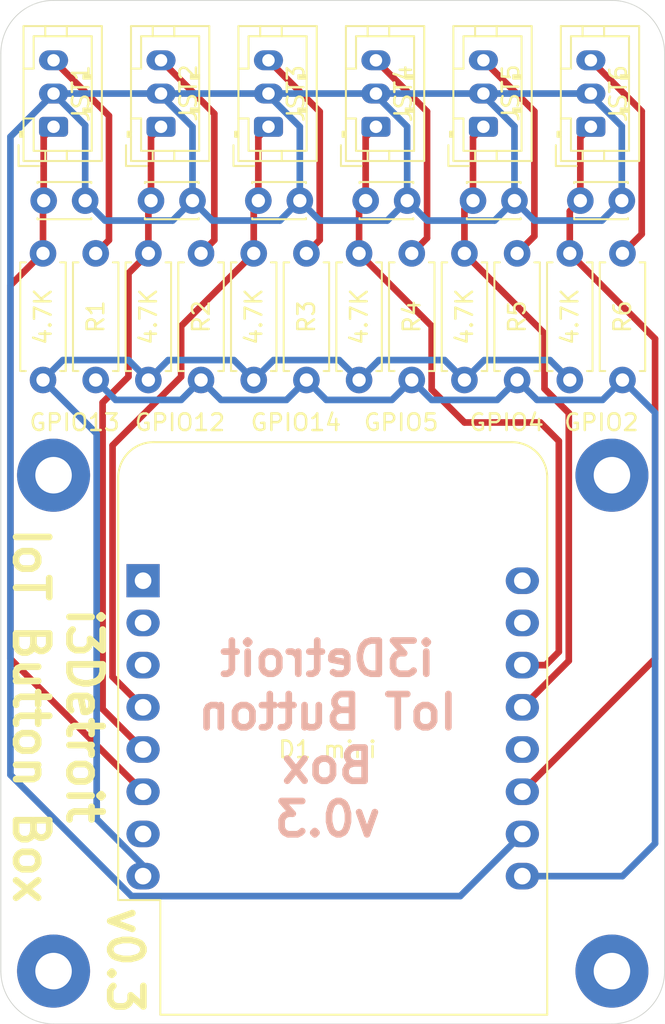
<source format=kicad_pcb>
(kicad_pcb (version 20171130) (host pcbnew "(5.1.9)-1")

  (general
    (thickness 1.6)
    (drawings 18)
    (tracks 154)
    (zones 0)
    (modules 29)
    (nets 23)
  )

  (page A4)
  (layers
    (0 F.Cu signal)
    (31 B.Cu signal)
    (32 B.Adhes user)
    (33 F.Adhes user)
    (34 B.Paste user)
    (35 F.Paste user)
    (36 B.SilkS user)
    (37 F.SilkS user)
    (38 B.Mask user)
    (39 F.Mask user)
    (40 Dwgs.User user hide)
    (41 Cmts.User user)
    (42 Eco1.User user)
    (43 Eco2.User user)
    (44 Edge.Cuts user)
    (45 Margin user)
    (46 B.CrtYd user hide)
    (47 F.CrtYd user hide)
    (48 B.Fab user)
    (49 F.Fab user hide)
  )

  (setup
    (last_trace_width 0.25)
    (user_trace_width 0.4)
    (trace_clearance 0.2)
    (zone_clearance 0.508)
    (zone_45_only no)
    (trace_min 0.2)
    (via_size 0.8)
    (via_drill 0.4)
    (via_min_size 0.4)
    (via_min_drill 0.3)
    (uvia_size 0.3)
    (uvia_drill 0.1)
    (uvias_allowed no)
    (uvia_min_size 0.2)
    (uvia_min_drill 0.1)
    (edge_width 0.05)
    (segment_width 0.2)
    (pcb_text_width 0.3)
    (pcb_text_size 1.5 1.5)
    (mod_edge_width 0.12)
    (mod_text_size 1 1)
    (mod_text_width 0.15)
    (pad_size 4.4 4.4)
    (pad_drill 2.2)
    (pad_to_mask_clearance 0)
    (aux_axis_origin 0 0)
    (grid_origin 104.14 135.27)
    (visible_elements 7FFFFFFF)
    (pcbplotparams
      (layerselection 0x010fc_ffffffff)
      (usegerberextensions false)
      (usegerberattributes true)
      (usegerberadvancedattributes true)
      (creategerberjobfile true)
      (excludeedgelayer true)
      (linewidth 0.100000)
      (plotframeref false)
      (viasonmask false)
      (mode 1)
      (useauxorigin false)
      (hpglpennumber 1)
      (hpglpenspeed 20)
      (hpglpendiameter 15.000000)
      (psnegative false)
      (psa4output false)
      (plotreference true)
      (plotvalue true)
      (plotinvisibletext false)
      (padsonsilk false)
      (subtractmaskfromsilk false)
      (outputformat 1)
      (mirror false)
      (drillshape 0)
      (scaleselection 1)
      (outputdirectory "gerber-v0.3/"))
  )

  (net 0 "")
  (net 1 "Net-(C1-Pad1)")
  (net 2 "Net-(C1-Pad2)")
  (net 3 "Net-(C2-Pad1)")
  (net 4 "Net-(C3-Pad1)")
  (net 5 "Net-(C4-Pad1)")
  (net 6 "Net-(C5-Pad1)")
  (net 7 "Net-(C6-Pad1)")
  (net 8 "Net-(J1-Pad3)")
  (net 9 "Net-(J2-Pad3)")
  (net 10 "Net-(J3-Pad3)")
  (net 11 "Net-(J4-Pad3)")
  (net 12 "Net-(J5-Pad3)")
  (net 13 "Net-(J6-Pad3)")
  (net 14 "Net-(R1-Pad1)")
  (net 15 "Net-(R10-Pad2)")
  (net 16 "Net-(U1-Pad2)")
  (net 17 "Net-(U1-Pad1)")
  (net 18 "Net-(U1-Pad3)")
  (net 19 "Net-(U1-Pad7)")
  (net 20 "Net-(U1-Pad12)")
  (net 21 "Net-(U1-Pad15)")
  (net 22 "Net-(U1-Pad16)")

  (net_class Default "This is the default net class."
    (clearance 0.2)
    (trace_width 0.25)
    (via_dia 0.8)
    (via_drill 0.4)
    (uvia_dia 0.3)
    (uvia_drill 0.1)
    (add_net "Net-(C1-Pad1)")
    (add_net "Net-(C1-Pad2)")
    (add_net "Net-(C2-Pad1)")
    (add_net "Net-(C3-Pad1)")
    (add_net "Net-(C4-Pad1)")
    (add_net "Net-(C5-Pad1)")
    (add_net "Net-(C6-Pad1)")
    (add_net "Net-(J1-Pad3)")
    (add_net "Net-(J2-Pad3)")
    (add_net "Net-(J3-Pad3)")
    (add_net "Net-(J4-Pad3)")
    (add_net "Net-(J5-Pad3)")
    (add_net "Net-(J6-Pad3)")
    (add_net "Net-(R1-Pad1)")
    (add_net "Net-(R10-Pad2)")
    (add_net "Net-(U1-Pad1)")
    (add_net "Net-(U1-Pad12)")
    (add_net "Net-(U1-Pad15)")
    (add_net "Net-(U1-Pad16)")
    (add_net "Net-(U1-Pad2)")
    (add_net "Net-(U1-Pad3)")
    (add_net "Net-(U1-Pad7)")
  )

  (module MountingHole:MountingHole_2.2mm_M2_Pad (layer F.Cu) (tedit 606CCE85) (tstamp 606CCE39)
    (at 107.315 102.25)
    (descr "Mounting Hole 2.2mm, M2")
    (tags "mounting hole 2.2mm m2")
    (attr virtual)
    (fp_text reference hole (at 0 -3.2) (layer F.SilkS) hide
      (effects (font (size 1 1) (thickness 0.15)))
    )
    (fp_text value " " (at 0 3.2) (layer F.Fab)
      (effects (font (size 1 1) (thickness 0.15)))
    )
    (fp_circle (center 0 0) (end 2.45 0) (layer F.CrtYd) (width 0.05))
    (fp_circle (center 0 0) (end 2.2 0) (layer Cmts.User) (width 0.15))
    (fp_text user %R (at 0.3 0) (layer F.Fab)
      (effects (font (size 1 1) (thickness 0.15)))
    )
    (pad 4 thru_hole circle (at 0 0) (size 4.4 4.4) (drill 2.2) (layers *.Cu *.Mask))
  )

  (module MountingHole:MountingHole_2.2mm_M2_Pad (layer F.Cu) (tedit 604134A1) (tstamp 60420A85)
    (at 140.97 102.25)
    (descr "Mounting Hole 2.2mm, M2")
    (tags "mounting hole 2.2mm m2")
    (attr virtual)
    (fp_text reference hole (at 0 -3.2) (layer F.SilkS) hide
      (effects (font (size 1 1) (thickness 0.15)))
    )
    (fp_text value " " (at 0 3.2) (layer F.Fab)
      (effects (font (size 1 1) (thickness 0.15)))
    )
    (fp_circle (center 0 0) (end 2.2 0) (layer Cmts.User) (width 0.15))
    (fp_circle (center 0 0) (end 2.45 0) (layer F.CrtYd) (width 0.05))
    (fp_text user %R (at 0.3 0) (layer F.Fab)
      (effects (font (size 1 1) (thickness 0.15)))
    )
    (pad 3 thru_hole circle (at 0 0) (size 4.4 4.4) (drill 2.2) (layers *.Cu *.Mask))
  )

  (module MountingHole:MountingHole_2.2mm_M2_Pad (layer F.Cu) (tedit 60413482) (tstamp 60420A67)
    (at 140.97 132.095)
    (descr "Mounting Hole 2.2mm, M2")
    (tags "mounting hole 2.2mm m2")
    (attr virtual)
    (fp_text reference hole (at 0 -3.2) (layer F.SilkS) hide
      (effects (font (size 1 1) (thickness 0.15)))
    )
    (fp_text value " " (at 0 3.2) (layer F.Fab)
      (effects (font (size 1 1) (thickness 0.15)))
    )
    (fp_circle (center 0 0) (end 2.45 0) (layer F.CrtYd) (width 0.05))
    (fp_circle (center 0 0) (end 2.2 0) (layer Cmts.User) (width 0.15))
    (fp_text user %R (at 0.3 0) (layer F.Fab)
      (effects (font (size 1 1) (thickness 0.15)))
    )
    (pad 2 thru_hole circle (at 0 0) (size 4.4 4.4) (drill 2.2) (layers *.Cu *.Mask))
  )

  (module MountingHole:MountingHole_2.2mm_M2_Pad (layer F.Cu) (tedit 56D1B4CB) (tstamp 60420A46)
    (at 107.315 132.095)
    (descr "Mounting Hole 2.2mm, M2")
    (tags "mounting hole 2.2mm m2")
    (attr virtual)
    (fp_text reference hole (at 0 -3.2) (layer F.SilkS) hide
      (effects (font (size 1 1) (thickness 0.15)))
    )
    (fp_text value " " (at 0 3.2) (layer F.Fab)
      (effects (font (size 1 1) (thickness 0.15)))
    )
    (fp_circle (center 0 0) (end 2.2 0) (layer Cmts.User) (width 0.15))
    (fp_circle (center 0 0) (end 2.45 0) (layer F.CrtYd) (width 0.05))
    (fp_text user %R (at 0.3 0) (layer F.Fab)
      (effects (font (size 1 1) (thickness 0.15)))
    )
    (pad 1 thru_hole circle (at 0 0) (size 4.4 4.4) (drill 2.2) (layers *.Cu *.Mask))
  )

  (module Module:WEMOS_D1_mini_light (layer F.Cu) (tedit 60412307) (tstamp 6041554E)
    (at 112.71 108.6)
    (descr "16-pin module, column spacing 22.86 mm (900 mils), https://wiki.wemos.cc/products:d1:d1_mini, https://c1.staticflickr.com/1/734/31400410271_f278b087db_z.jpg")
    (tags "ESP8266 WiFi microcontroller")
    (path /60416DB8)
    (fp_text reference U1 (at 2 0) (layer F.SilkS) hide
      (effects (font (size 1 1) (thickness 0.15)))
    )
    (fp_text value WeMos_D1_mini (at 11.7 0) (layer F.Fab)
      (effects (font (size 1 1) (thickness 0.15)))
    )
    (fp_line (start 1.04 26.12) (end 24.36 26.12) (layer F.SilkS) (width 0.12))
    (fp_line (start -1.5 19.22) (end -1.5 -6.21) (layer F.SilkS) (width 0.12))
    (fp_line (start 24.36 26.12) (end 24.36 -6.21) (layer F.SilkS) (width 0.12))
    (fp_line (start 22.24 -8.34) (end 0.63 -8.34) (layer F.SilkS) (width 0.12))
    (fp_line (start 1.17 25.99) (end 24.23 25.99) (layer F.Fab) (width 0.1))
    (fp_line (start 24.23 25.99) (end 24.23 -6.21) (layer F.Fab) (width 0.1))
    (fp_line (start 22.23 -8.21) (end 0.63 -8.21) (layer F.Fab) (width 0.1))
    (fp_line (start -1.37 1) (end -1.37 19.09) (layer F.Fab) (width 0.1))
    (fp_line (start -1.62 -8.46) (end 24.48 -8.46) (layer F.CrtYd) (width 0.05))
    (fp_line (start 24.48 -8.41) (end 24.48 26.24) (layer F.CrtYd) (width 0.05))
    (fp_line (start 24.48 26.24) (end -1.62 26.24) (layer F.CrtYd) (width 0.05))
    (fp_line (start -1.62 26.24) (end -1.62 -8.46) (layer F.CrtYd) (width 0.05))
    (fp_line (start -1.35 -1.4) (end 24.25 -1.4) (layer Dwgs.User) (width 0.1))
    (fp_line (start 24.25 -1.4) (end 24.25 -8.2) (layer Dwgs.User) (width 0.1))
    (fp_line (start 24.25 -8.2) (end -1.35 -8.2) (layer Dwgs.User) (width 0.1))
    (fp_line (start -1.35 -8.2) (end -1.35 -1.4) (layer Dwgs.User) (width 0.1))
    (fp_line (start -1.35 -1.4) (end 5.45 -8.2) (layer Dwgs.User) (width 0.1))
    (fp_line (start 0.65 -1.4) (end 7.45 -8.2) (layer Dwgs.User) (width 0.1))
    (fp_line (start 2.65 -1.4) (end 9.45 -8.2) (layer Dwgs.User) (width 0.1))
    (fp_line (start 4.65 -1.4) (end 11.45 -8.2) (layer Dwgs.User) (width 0.1))
    (fp_line (start 6.65 -1.4) (end 13.45 -8.2) (layer Dwgs.User) (width 0.1))
    (fp_line (start 8.65 -1.4) (end 15.45 -8.2) (layer Dwgs.User) (width 0.1))
    (fp_line (start 10.65 -1.4) (end 17.45 -8.2) (layer Dwgs.User) (width 0.1))
    (fp_line (start 12.65 -1.4) (end 19.45 -8.2) (layer Dwgs.User) (width 0.1))
    (fp_line (start 14.65 -1.4) (end 21.45 -8.2) (layer Dwgs.User) (width 0.1))
    (fp_line (start 16.65 -1.4) (end 23.45 -8.2) (layer Dwgs.User) (width 0.1))
    (fp_line (start 18.65 -1.4) (end 24.25 -7) (layer Dwgs.User) (width 0.1))
    (fp_line (start 20.65 -1.4) (end 24.25 -5) (layer Dwgs.User) (width 0.1))
    (fp_line (start 22.65 -1.4) (end 24.25 -3) (layer Dwgs.User) (width 0.1))
    (fp_line (start -1.35 -3.4) (end 3.45 -8.2) (layer Dwgs.User) (width 0.1))
    (fp_line (start -1.3 -5.45) (end 1.45 -8.2) (layer Dwgs.User) (width 0.1))
    (fp_line (start -1.35 -7.4) (end -0.55 -8.2) (layer Dwgs.User) (width 0.1))
    (fp_line (start -1.37 19.09) (end 1.17 19.09) (layer F.Fab) (width 0.1))
    (fp_line (start 1.17 19.09) (end 1.17 25.99) (layer F.Fab) (width 0.1))
    (fp_line (start -1.37 -6.21) (end -1.37 -1) (layer F.Fab) (width 0.1))
    (fp_line (start -1.37 1) (end -0.37 0) (layer F.Fab) (width 0.1))
    (fp_line (start -0.37 0) (end -1.37 -1) (layer F.Fab) (width 0.1))
    (fp_line (start -1.5 19.22) (end 1.04 19.22) (layer F.SilkS) (width 0.12))
    (fp_line (start 1.04 19.22) (end 1.04 26.12) (layer F.SilkS) (width 0.12))
    (fp_text user %R (at 11.43 10) (layer F.Fab)
      (effects (font (size 1 1) (thickness 0.15)))
    )
    (fp_arc (start 0.63 -6.21) (end 0.63 -8.21) (angle -90) (layer F.Fab) (width 0.1))
    (fp_arc (start 22.23 -6.21) (end 24.23 -6.19) (angle -90) (layer F.Fab) (width 0.1))
    (fp_arc (start 0.63 -6.21) (end 0.63 -8.34) (angle -90) (layer F.SilkS) (width 0.12))
    (fp_arc (start 22.23 -6.21) (end 24.36 -6.21) (angle -90) (layer F.SilkS) (width 0.12))
    (fp_text user "KEEP OUT" (at 11.43 -6.35) (layer Cmts.User)
      (effects (font (size 1 1) (thickness 0.15)))
    )
    (fp_text user "No copper" (at 11.43 -3.81) (layer Cmts.User)
      (effects (font (size 1 1) (thickness 0.15)))
    )
    (pad 2 thru_hole oval (at 0 2.54) (size 2 1.6) (drill 1) (layers *.Cu *.Mask)
      (net 16 "Net-(U1-Pad2)"))
    (pad 1 thru_hole rect (at 0 0) (size 2 2) (drill 1) (layers *.Cu *.Mask)
      (net 17 "Net-(U1-Pad1)"))
    (pad 3 thru_hole oval (at 0 5.08) (size 2 1.6) (drill 1) (layers *.Cu *.Mask)
      (net 18 "Net-(U1-Pad3)"))
    (pad 4 thru_hole oval (at 0 7.62) (size 2 1.6) (drill 1) (layers *.Cu *.Mask)
      (net 4 "Net-(C3-Pad1)"))
    (pad 5 thru_hole oval (at 0 10.16) (size 2 1.6) (drill 1) (layers *.Cu *.Mask)
      (net 3 "Net-(C2-Pad1)"))
    (pad 6 thru_hole oval (at 0 12.7) (size 2 1.6) (drill 1) (layers *.Cu *.Mask)
      (net 1 "Net-(C1-Pad1)"))
    (pad 7 thru_hole oval (at 0 15.24) (size 2 1.6) (drill 1) (layers *.Cu *.Mask)
      (net 19 "Net-(U1-Pad7)"))
    (pad 8 thru_hole oval (at 0 17.78) (size 2 1.6) (drill 1) (layers *.Cu *.Mask)
      (net 15 "Net-(R10-Pad2)"))
    (pad 9 thru_hole oval (at 22.86 17.78) (size 2 1.6) (drill 1) (layers *.Cu *.Mask)
      (net 14 "Net-(R1-Pad1)"))
    (pad 10 thru_hole oval (at 22.86 15.24) (size 2 1.6) (drill 1) (layers *.Cu *.Mask)
      (net 2 "Net-(C1-Pad2)"))
    (pad 11 thru_hole oval (at 22.86 12.7) (size 2 1.6) (drill 1) (layers *.Cu *.Mask)
      (net 7 "Net-(C6-Pad1)"))
    (pad 12 thru_hole oval (at 22.86 10.16) (size 2 1.6) (drill 1) (layers *.Cu *.Mask)
      (net 20 "Net-(U1-Pad12)"))
    (pad 13 thru_hole oval (at 22.86 7.62) (size 2 1.6) (drill 1) (layers *.Cu *.Mask)
      (net 6 "Net-(C5-Pad1)"))
    (pad 14 thru_hole oval (at 22.86 5.08) (size 2 1.6) (drill 1) (layers *.Cu *.Mask)
      (net 5 "Net-(C4-Pad1)"))
    (pad 15 thru_hole oval (at 22.86 2.54) (size 2 1.6) (drill 1) (layers *.Cu *.Mask)
      (net 21 "Net-(U1-Pad15)"))
    (pad 16 thru_hole oval (at 22.86 0) (size 2 1.6) (drill 1) (layers *.Cu *.Mask)
      (net 22 "Net-(U1-Pad16)"))
    (model ${KISYS3DMOD}/Module.3dshapes/WEMOS_D1_mini_light.wrl
      (at (xyz 0 0 0))
      (scale (xyz 1 1 1))
      (rotate (xyz 0 0 0))
    )
    (model ${KISYS3DMOD}/Connector_PinHeader_2.54mm.3dshapes/PinHeader_1x08_P2.54mm_Vertical.wrl
      (offset (xyz 0 0 9.5))
      (scale (xyz 1 1 1))
      (rotate (xyz 0 -180 0))
    )
    (model ${KISYS3DMOD}/Connector_PinHeader_2.54mm.3dshapes/PinHeader_1x08_P2.54mm_Vertical.wrl
      (offset (xyz 22.86 0 9.5))
      (scale (xyz 1 1 1))
      (rotate (xyz 0 -180 0))
    )
    (model ${KISYS3DMOD}/Connector_PinSocket_2.54mm.3dshapes/PinSocket_1x08_P2.54mm_Vertical.wrl
      (at (xyz 0 0 0))
      (scale (xyz 1 1 1))
      (rotate (xyz 0 0 0))
    )
    (model ${KISYS3DMOD}/Connector_PinSocket_2.54mm.3dshapes/PinSocket_1x08_P2.54mm_Vertical.wrl
      (offset (xyz 22.86 0 0))
      (scale (xyz 1 1 1))
      (rotate (xyz 0 0 0))
    )
  )

  (module Resistor_THT:R_Axial_DIN0207_L6.3mm_D2.5mm_P7.62mm_Horizontal (layer F.Cu) (tedit 5AE5139B) (tstamp 6041543C)
    (at 122.555 96.52 90)
    (descr "Resistor, Axial_DIN0207 series, Axial, Horizontal, pin pitch=7.62mm, 0.25W = 1/4W, length*diameter=6.3*2.5mm^2, http://cdn-reichelt.de/documents/datenblatt/B400/1_4W%23YAG.pdf")
    (tags "Resistor Axial_DIN0207 series Axial Horizontal pin pitch 7.62mm 0.25W = 1/4W length 6.3mm diameter 2.5mm")
    (path /6046EA50)
    (fp_text reference R3 (at 3.81 0 90) (layer F.SilkS)
      (effects (font (size 1 1) (thickness 0.15)))
    )
    (fp_text value R (at 3.81 2.37 90) (layer F.Fab)
      (effects (font (size 1 1) (thickness 0.15)))
    )
    (fp_line (start 8.67 -1.5) (end -1.05 -1.5) (layer F.CrtYd) (width 0.05))
    (fp_line (start 8.67 1.5) (end 8.67 -1.5) (layer F.CrtYd) (width 0.05))
    (fp_line (start -1.05 1.5) (end 8.67 1.5) (layer F.CrtYd) (width 0.05))
    (fp_line (start -1.05 -1.5) (end -1.05 1.5) (layer F.CrtYd) (width 0.05))
    (fp_line (start 7.08 1.37) (end 7.08 1.04) (layer F.SilkS) (width 0.12))
    (fp_line (start 0.54 1.37) (end 7.08 1.37) (layer F.SilkS) (width 0.12))
    (fp_line (start 0.54 1.04) (end 0.54 1.37) (layer F.SilkS) (width 0.12))
    (fp_line (start 7.08 -1.37) (end 7.08 -1.04) (layer F.SilkS) (width 0.12))
    (fp_line (start 0.54 -1.37) (end 7.08 -1.37) (layer F.SilkS) (width 0.12))
    (fp_line (start 0.54 -1.04) (end 0.54 -1.37) (layer F.SilkS) (width 0.12))
    (fp_line (start 7.62 0) (end 6.96 0) (layer F.Fab) (width 0.1))
    (fp_line (start 0 0) (end 0.66 0) (layer F.Fab) (width 0.1))
    (fp_line (start 6.96 -1.25) (end 0.66 -1.25) (layer F.Fab) (width 0.1))
    (fp_line (start 6.96 1.25) (end 6.96 -1.25) (layer F.Fab) (width 0.1))
    (fp_line (start 0.66 1.25) (end 6.96 1.25) (layer F.Fab) (width 0.1))
    (fp_line (start 0.66 -1.25) (end 0.66 1.25) (layer F.Fab) (width 0.1))
    (fp_text user %R (at 3.81 0 90) (layer F.Fab)
      (effects (font (size 1 1) (thickness 0.15)))
    )
    (pad 2 thru_hole oval (at 7.62 0 90) (size 1.6 1.6) (drill 0.8) (layers *.Cu *.Mask)
      (net 11 "Net-(J4-Pad3)"))
    (pad 1 thru_hole circle (at 0 0 90) (size 1.6 1.6) (drill 0.8) (layers *.Cu *.Mask)
      (net 14 "Net-(R1-Pad1)"))
    (model ${KISYS3DMOD}/Resistor_THT.3dshapes/R_Axial_DIN0207_L6.3mm_D2.5mm_P7.62mm_Horizontal.wrl
      (at (xyz 0 0 0))
      (scale (xyz 1 1 1))
      (rotate (xyz 0 0 0))
    )
  )

  (module Capacitor_THT:C_Disc_D3.0mm_W2.0mm_P2.50mm (layer F.Cu) (tedit 5AE50EF0) (tstamp 60415274)
    (at 106.72 85.725)
    (descr "C, Disc series, Radial, pin pitch=2.50mm, , diameter*width=3*2mm^2, Capacitor")
    (tags "C Disc series Radial pin pitch 2.50mm  diameter 3mm width 2mm Capacitor")
    (path /6049BAF2)
    (fp_text reference C1 (at 1.25 -2.25) (layer F.SilkS) hide
      (effects (font (size 1 1) (thickness 0.15)))
    )
    (fp_text value "30 pF" (at 1.25 2.25) (layer F.Fab)
      (effects (font (size 1 1) (thickness 0.15)))
    )
    (fp_line (start -0.25 -1) (end -0.25 1) (layer F.Fab) (width 0.1))
    (fp_line (start -0.25 1) (end 2.75 1) (layer F.Fab) (width 0.1))
    (fp_line (start 2.75 1) (end 2.75 -1) (layer F.Fab) (width 0.1))
    (fp_line (start 2.75 -1) (end -0.25 -1) (layer F.Fab) (width 0.1))
    (fp_line (start -0.37 -1.12) (end 2.87 -1.12) (layer F.SilkS) (width 0.12))
    (fp_line (start -0.37 1.12) (end 2.87 1.12) (layer F.SilkS) (width 0.12))
    (fp_line (start -0.37 -1.12) (end -0.37 -1.055) (layer F.SilkS) (width 0.12))
    (fp_line (start -0.37 1.055) (end -0.37 1.12) (layer F.SilkS) (width 0.12))
    (fp_line (start 2.87 -1.12) (end 2.87 -1.055) (layer F.SilkS) (width 0.12))
    (fp_line (start 2.87 1.055) (end 2.87 1.12) (layer F.SilkS) (width 0.12))
    (fp_line (start -1.05 -1.25) (end -1.05 1.25) (layer F.CrtYd) (width 0.05))
    (fp_line (start -1.05 1.25) (end 3.55 1.25) (layer F.CrtYd) (width 0.05))
    (fp_line (start 3.55 1.25) (end 3.55 -1.25) (layer F.CrtYd) (width 0.05))
    (fp_line (start 3.55 -1.25) (end -1.05 -1.25) (layer F.CrtYd) (width 0.05))
    (fp_text user %R (at 1.25 0) (layer F.Fab)
      (effects (font (size 0.6 0.6) (thickness 0.09)))
    )
    (pad 1 thru_hole circle (at 0 0) (size 1.6 1.6) (drill 0.8) (layers *.Cu *.Mask)
      (net 1 "Net-(C1-Pad1)"))
    (pad 2 thru_hole circle (at 2.5 0) (size 1.6 1.6) (drill 0.8) (layers *.Cu *.Mask)
      (net 2 "Net-(C1-Pad2)"))
    (model ${KISYS3DMOD}/Capacitor_THT.3dshapes/C_Disc_D3.0mm_W2.0mm_P2.50mm.wrl
      (at (xyz 0 0 0))
      (scale (xyz 1 1 1))
      (rotate (xyz 0 0 0))
    )
  )

  (module Capacitor_THT:C_Disc_D3.0mm_W2.0mm_P2.50mm (layer F.Cu) (tedit 5AE50EF0) (tstamp 60415289)
    (at 113.189 85.725)
    (descr "C, Disc series, Radial, pin pitch=2.50mm, , diameter*width=3*2mm^2, Capacitor")
    (tags "C Disc series Radial pin pitch 2.50mm  diameter 3mm width 2mm Capacitor")
    (path /604E6FB8)
    (fp_text reference C2 (at 1.25 -2.25) (layer F.SilkS) hide
      (effects (font (size 1 1) (thickness 0.15)))
    )
    (fp_text value "30 pF" (at 1.25 2.25) (layer F.Fab)
      (effects (font (size 1 1) (thickness 0.15)))
    )
    (fp_line (start 3.55 -1.25) (end -1.05 -1.25) (layer F.CrtYd) (width 0.05))
    (fp_line (start 3.55 1.25) (end 3.55 -1.25) (layer F.CrtYd) (width 0.05))
    (fp_line (start -1.05 1.25) (end 3.55 1.25) (layer F.CrtYd) (width 0.05))
    (fp_line (start -1.05 -1.25) (end -1.05 1.25) (layer F.CrtYd) (width 0.05))
    (fp_line (start 2.87 1.055) (end 2.87 1.12) (layer F.SilkS) (width 0.12))
    (fp_line (start 2.87 -1.12) (end 2.87 -1.055) (layer F.SilkS) (width 0.12))
    (fp_line (start -0.37 1.055) (end -0.37 1.12) (layer F.SilkS) (width 0.12))
    (fp_line (start -0.37 -1.12) (end -0.37 -1.055) (layer F.SilkS) (width 0.12))
    (fp_line (start -0.37 1.12) (end 2.87 1.12) (layer F.SilkS) (width 0.12))
    (fp_line (start -0.37 -1.12) (end 2.87 -1.12) (layer F.SilkS) (width 0.12))
    (fp_line (start 2.75 -1) (end -0.25 -1) (layer F.Fab) (width 0.1))
    (fp_line (start 2.75 1) (end 2.75 -1) (layer F.Fab) (width 0.1))
    (fp_line (start -0.25 1) (end 2.75 1) (layer F.Fab) (width 0.1))
    (fp_line (start -0.25 -1) (end -0.25 1) (layer F.Fab) (width 0.1))
    (fp_text user %R (at 1.25 0) (layer F.Fab)
      (effects (font (size 0.6 0.6) (thickness 0.09)))
    )
    (pad 2 thru_hole circle (at 2.5 0) (size 1.6 1.6) (drill 0.8) (layers *.Cu *.Mask)
      (net 2 "Net-(C1-Pad2)"))
    (pad 1 thru_hole circle (at 0 0) (size 1.6 1.6) (drill 0.8) (layers *.Cu *.Mask)
      (net 3 "Net-(C2-Pad1)"))
    (model ${KISYS3DMOD}/Capacitor_THT.3dshapes/C_Disc_D3.0mm_W2.0mm_P2.50mm.wrl
      (at (xyz 0 0 0))
      (scale (xyz 1 1 1))
      (rotate (xyz 0 0 0))
    )
  )

  (module Capacitor_THT:C_Disc_D3.0mm_W2.0mm_P2.50mm (layer F.Cu) (tedit 5AE50EF0) (tstamp 6041529E)
    (at 119.658 85.725)
    (descr "C, Disc series, Radial, pin pitch=2.50mm, , diameter*width=3*2mm^2, Capacitor")
    (tags "C Disc series Radial pin pitch 2.50mm  diameter 3mm width 2mm Capacitor")
    (path /604F983F)
    (fp_text reference C3 (at 1.25 -2.25) (layer F.SilkS) hide
      (effects (font (size 1 1) (thickness 0.15)))
    )
    (fp_text value "30 pF" (at 1.25 2.25) (layer F.Fab)
      (effects (font (size 1 1) (thickness 0.15)))
    )
    (fp_line (start 3.55 -1.25) (end -1.05 -1.25) (layer F.CrtYd) (width 0.05))
    (fp_line (start 3.55 1.25) (end 3.55 -1.25) (layer F.CrtYd) (width 0.05))
    (fp_line (start -1.05 1.25) (end 3.55 1.25) (layer F.CrtYd) (width 0.05))
    (fp_line (start -1.05 -1.25) (end -1.05 1.25) (layer F.CrtYd) (width 0.05))
    (fp_line (start 2.87 1.055) (end 2.87 1.12) (layer F.SilkS) (width 0.12))
    (fp_line (start 2.87 -1.12) (end 2.87 -1.055) (layer F.SilkS) (width 0.12))
    (fp_line (start -0.37 1.055) (end -0.37 1.12) (layer F.SilkS) (width 0.12))
    (fp_line (start -0.37 -1.12) (end -0.37 -1.055) (layer F.SilkS) (width 0.12))
    (fp_line (start -0.37 1.12) (end 2.87 1.12) (layer F.SilkS) (width 0.12))
    (fp_line (start -0.37 -1.12) (end 2.87 -1.12) (layer F.SilkS) (width 0.12))
    (fp_line (start 2.75 -1) (end -0.25 -1) (layer F.Fab) (width 0.1))
    (fp_line (start 2.75 1) (end 2.75 -1) (layer F.Fab) (width 0.1))
    (fp_line (start -0.25 1) (end 2.75 1) (layer F.Fab) (width 0.1))
    (fp_line (start -0.25 -1) (end -0.25 1) (layer F.Fab) (width 0.1))
    (fp_text user %R (at 1.25 0) (layer F.Fab)
      (effects (font (size 0.6 0.6) (thickness 0.09)))
    )
    (pad 2 thru_hole circle (at 2.5 0) (size 1.6 1.6) (drill 0.8) (layers *.Cu *.Mask)
      (net 2 "Net-(C1-Pad2)"))
    (pad 1 thru_hole circle (at 0 0) (size 1.6 1.6) (drill 0.8) (layers *.Cu *.Mask)
      (net 4 "Net-(C3-Pad1)"))
    (model ${KISYS3DMOD}/Capacitor_THT.3dshapes/C_Disc_D3.0mm_W2.0mm_P2.50mm.wrl
      (at (xyz 0 0 0))
      (scale (xyz 1 1 1))
      (rotate (xyz 0 0 0))
    )
  )

  (module Capacitor_THT:C_Disc_D3.0mm_W2.0mm_P2.50mm (layer F.Cu) (tedit 5AE50EF0) (tstamp 604152B3)
    (at 126.127 85.725)
    (descr "C, Disc series, Radial, pin pitch=2.50mm, , diameter*width=3*2mm^2, Capacitor")
    (tags "C Disc series Radial pin pitch 2.50mm  diameter 3mm width 2mm Capacitor")
    (path /604FA731)
    (fp_text reference C4 (at 1.25 -2.25) (layer F.SilkS) hide
      (effects (font (size 1 1) (thickness 0.15)))
    )
    (fp_text value "30 pF" (at 1.25 2.25) (layer F.Fab)
      (effects (font (size 1 1) (thickness 0.15)))
    )
    (fp_line (start -0.25 -1) (end -0.25 1) (layer F.Fab) (width 0.1))
    (fp_line (start -0.25 1) (end 2.75 1) (layer F.Fab) (width 0.1))
    (fp_line (start 2.75 1) (end 2.75 -1) (layer F.Fab) (width 0.1))
    (fp_line (start 2.75 -1) (end -0.25 -1) (layer F.Fab) (width 0.1))
    (fp_line (start -0.37 -1.12) (end 2.87 -1.12) (layer F.SilkS) (width 0.12))
    (fp_line (start -0.37 1.12) (end 2.87 1.12) (layer F.SilkS) (width 0.12))
    (fp_line (start -0.37 -1.12) (end -0.37 -1.055) (layer F.SilkS) (width 0.12))
    (fp_line (start -0.37 1.055) (end -0.37 1.12) (layer F.SilkS) (width 0.12))
    (fp_line (start 2.87 -1.12) (end 2.87 -1.055) (layer F.SilkS) (width 0.12))
    (fp_line (start 2.87 1.055) (end 2.87 1.12) (layer F.SilkS) (width 0.12))
    (fp_line (start -1.05 -1.25) (end -1.05 1.25) (layer F.CrtYd) (width 0.05))
    (fp_line (start -1.05 1.25) (end 3.55 1.25) (layer F.CrtYd) (width 0.05))
    (fp_line (start 3.55 1.25) (end 3.55 -1.25) (layer F.CrtYd) (width 0.05))
    (fp_line (start 3.55 -1.25) (end -1.05 -1.25) (layer F.CrtYd) (width 0.05))
    (fp_text user %R (at 1.25 0) (layer F.Fab)
      (effects (font (size 0.6 0.6) (thickness 0.09)))
    )
    (pad 1 thru_hole circle (at 0 0) (size 1.6 1.6) (drill 0.8) (layers *.Cu *.Mask)
      (net 5 "Net-(C4-Pad1)"))
    (pad 2 thru_hole circle (at 2.5 0) (size 1.6 1.6) (drill 0.8) (layers *.Cu *.Mask)
      (net 2 "Net-(C1-Pad2)"))
    (model ${KISYS3DMOD}/Capacitor_THT.3dshapes/C_Disc_D3.0mm_W2.0mm_P2.50mm.wrl
      (at (xyz 0 0 0))
      (scale (xyz 1 1 1))
      (rotate (xyz 0 0 0))
    )
  )

  (module Capacitor_THT:C_Disc_D3.0mm_W2.0mm_P2.50mm (layer F.Cu) (tedit 5AE50EF0) (tstamp 604152C8)
    (at 132.596 85.725)
    (descr "C, Disc series, Radial, pin pitch=2.50mm, , diameter*width=3*2mm^2, Capacitor")
    (tags "C Disc series Radial pin pitch 2.50mm  diameter 3mm width 2mm Capacitor")
    (path /604FB53B)
    (fp_text reference C5 (at 1.25 -2.25) (layer F.SilkS) hide
      (effects (font (size 1 1) (thickness 0.15)))
    )
    (fp_text value "30 pF" (at 1.25 2.25) (layer F.Fab)
      (effects (font (size 1 1) (thickness 0.15)))
    )
    (fp_line (start 3.55 -1.25) (end -1.05 -1.25) (layer F.CrtYd) (width 0.05))
    (fp_line (start 3.55 1.25) (end 3.55 -1.25) (layer F.CrtYd) (width 0.05))
    (fp_line (start -1.05 1.25) (end 3.55 1.25) (layer F.CrtYd) (width 0.05))
    (fp_line (start -1.05 -1.25) (end -1.05 1.25) (layer F.CrtYd) (width 0.05))
    (fp_line (start 2.87 1.055) (end 2.87 1.12) (layer F.SilkS) (width 0.12))
    (fp_line (start 2.87 -1.12) (end 2.87 -1.055) (layer F.SilkS) (width 0.12))
    (fp_line (start -0.37 1.055) (end -0.37 1.12) (layer F.SilkS) (width 0.12))
    (fp_line (start -0.37 -1.12) (end -0.37 -1.055) (layer F.SilkS) (width 0.12))
    (fp_line (start -0.37 1.12) (end 2.87 1.12) (layer F.SilkS) (width 0.12))
    (fp_line (start -0.37 -1.12) (end 2.87 -1.12) (layer F.SilkS) (width 0.12))
    (fp_line (start 2.75 -1) (end -0.25 -1) (layer F.Fab) (width 0.1))
    (fp_line (start 2.75 1) (end 2.75 -1) (layer F.Fab) (width 0.1))
    (fp_line (start -0.25 1) (end 2.75 1) (layer F.Fab) (width 0.1))
    (fp_line (start -0.25 -1) (end -0.25 1) (layer F.Fab) (width 0.1))
    (fp_text user %R (at 1.25 0) (layer F.Fab)
      (effects (font (size 0.6 0.6) (thickness 0.09)))
    )
    (pad 2 thru_hole circle (at 2.5 0) (size 1.6 1.6) (drill 0.8) (layers *.Cu *.Mask)
      (net 2 "Net-(C1-Pad2)"))
    (pad 1 thru_hole circle (at 0 0) (size 1.6 1.6) (drill 0.8) (layers *.Cu *.Mask)
      (net 6 "Net-(C5-Pad1)"))
    (model ${KISYS3DMOD}/Capacitor_THT.3dshapes/C_Disc_D3.0mm_W2.0mm_P2.50mm.wrl
      (at (xyz 0 0 0))
      (scale (xyz 1 1 1))
      (rotate (xyz 0 0 0))
    )
  )

  (module Capacitor_THT:C_Disc_D3.0mm_W2.0mm_P2.50mm (layer F.Cu) (tedit 5AE50EF0) (tstamp 604152DD)
    (at 139.065 85.725)
    (descr "C, Disc series, Radial, pin pitch=2.50mm, , diameter*width=3*2mm^2, Capacitor")
    (tags "C Disc series Radial pin pitch 2.50mm  diameter 3mm width 2mm Capacitor")
    (path /604FC278)
    (fp_text reference C6 (at 1.25 -2.25) (layer F.SilkS) hide
      (effects (font (size 1 1) (thickness 0.15)))
    )
    (fp_text value "30 pF" (at 1.25 2.25) (layer F.Fab)
      (effects (font (size 1 1) (thickness 0.15)))
    )
    (fp_line (start -0.25 -1) (end -0.25 1) (layer F.Fab) (width 0.1))
    (fp_line (start -0.25 1) (end 2.75 1) (layer F.Fab) (width 0.1))
    (fp_line (start 2.75 1) (end 2.75 -1) (layer F.Fab) (width 0.1))
    (fp_line (start 2.75 -1) (end -0.25 -1) (layer F.Fab) (width 0.1))
    (fp_line (start -0.37 -1.12) (end 2.87 -1.12) (layer F.SilkS) (width 0.12))
    (fp_line (start -0.37 1.12) (end 2.87 1.12) (layer F.SilkS) (width 0.12))
    (fp_line (start -0.37 -1.12) (end -0.37 -1.055) (layer F.SilkS) (width 0.12))
    (fp_line (start -0.37 1.055) (end -0.37 1.12) (layer F.SilkS) (width 0.12))
    (fp_line (start 2.87 -1.12) (end 2.87 -1.055) (layer F.SilkS) (width 0.12))
    (fp_line (start 2.87 1.055) (end 2.87 1.12) (layer F.SilkS) (width 0.12))
    (fp_line (start -1.05 -1.25) (end -1.05 1.25) (layer F.CrtYd) (width 0.05))
    (fp_line (start -1.05 1.25) (end 3.55 1.25) (layer F.CrtYd) (width 0.05))
    (fp_line (start 3.55 1.25) (end 3.55 -1.25) (layer F.CrtYd) (width 0.05))
    (fp_line (start 3.55 -1.25) (end -1.05 -1.25) (layer F.CrtYd) (width 0.05))
    (fp_text user %R (at 1.25 0) (layer F.Fab)
      (effects (font (size 0.6 0.6) (thickness 0.09)))
    )
    (pad 1 thru_hole circle (at 0 0) (size 1.6 1.6) (drill 0.8) (layers *.Cu *.Mask)
      (net 7 "Net-(C6-Pad1)"))
    (pad 2 thru_hole circle (at 2.5 0) (size 1.6 1.6) (drill 0.8) (layers *.Cu *.Mask)
      (net 2 "Net-(C1-Pad2)"))
    (model ${KISYS3DMOD}/Capacitor_THT.3dshapes/C_Disc_D3.0mm_W2.0mm_P2.50mm.wrl
      (at (xyz 0 0 0))
      (scale (xyz 1 1 1))
      (rotate (xyz 0 0 0))
    )
  )

  (module Connector_JST:JST_PH_B3B-PH-K_1x03_P2.00mm_Vertical (layer F.Cu) (tedit 5B7745C2) (tstamp 6041530C)
    (at 139.7 81.28 90)
    (descr "JST PH series connector, B3B-PH-K (http://www.jst-mfg.com/product/pdf/eng/ePH.pdf), generated with kicad-footprint-generator")
    (tags "connector JST PH side entry")
    (path /6045A684)
    (fp_text reference JST6 (at 2 1.651 90) (layer F.SilkS)
      (effects (font (size 1 1) (thickness 0.15)))
    )
    (fp_text value Conn_01x03_Male (at 2 4 90) (layer F.Fab)
      (effects (font (size 1 1) (thickness 0.15)))
    )
    (fp_line (start 6.45 -2.2) (end -2.45 -2.2) (layer F.CrtYd) (width 0.05))
    (fp_line (start 6.45 3.3) (end 6.45 -2.2) (layer F.CrtYd) (width 0.05))
    (fp_line (start -2.45 3.3) (end 6.45 3.3) (layer F.CrtYd) (width 0.05))
    (fp_line (start -2.45 -2.2) (end -2.45 3.3) (layer F.CrtYd) (width 0.05))
    (fp_line (start 5.95 -1.7) (end -1.95 -1.7) (layer F.Fab) (width 0.1))
    (fp_line (start 5.95 2.8) (end 5.95 -1.7) (layer F.Fab) (width 0.1))
    (fp_line (start -1.95 2.8) (end 5.95 2.8) (layer F.Fab) (width 0.1))
    (fp_line (start -1.95 -1.7) (end -1.95 2.8) (layer F.Fab) (width 0.1))
    (fp_line (start -2.36 -2.11) (end -2.36 -0.86) (layer F.Fab) (width 0.1))
    (fp_line (start -1.11 -2.11) (end -2.36 -2.11) (layer F.Fab) (width 0.1))
    (fp_line (start -2.36 -2.11) (end -2.36 -0.86) (layer F.SilkS) (width 0.12))
    (fp_line (start -1.11 -2.11) (end -2.36 -2.11) (layer F.SilkS) (width 0.12))
    (fp_line (start 3 2.3) (end 3 1.8) (layer F.SilkS) (width 0.12))
    (fp_line (start 3.1 1.8) (end 3.1 2.3) (layer F.SilkS) (width 0.12))
    (fp_line (start 2.9 1.8) (end 3.1 1.8) (layer F.SilkS) (width 0.12))
    (fp_line (start 2.9 2.3) (end 2.9 1.8) (layer F.SilkS) (width 0.12))
    (fp_line (start 1 2.3) (end 1 1.8) (layer F.SilkS) (width 0.12))
    (fp_line (start 1.1 1.8) (end 1.1 2.3) (layer F.SilkS) (width 0.12))
    (fp_line (start 0.9 1.8) (end 1.1 1.8) (layer F.SilkS) (width 0.12))
    (fp_line (start 0.9 2.3) (end 0.9 1.8) (layer F.SilkS) (width 0.12))
    (fp_line (start 6.06 0.8) (end 5.45 0.8) (layer F.SilkS) (width 0.12))
    (fp_line (start 6.06 -0.5) (end 5.45 -0.5) (layer F.SilkS) (width 0.12))
    (fp_line (start -2.06 0.8) (end -1.45 0.8) (layer F.SilkS) (width 0.12))
    (fp_line (start -2.06 -0.5) (end -1.45 -0.5) (layer F.SilkS) (width 0.12))
    (fp_line (start 3.5 -1.2) (end 3.5 -1.81) (layer F.SilkS) (width 0.12))
    (fp_line (start 5.45 -1.2) (end 3.5 -1.2) (layer F.SilkS) (width 0.12))
    (fp_line (start 5.45 2.3) (end 5.45 -1.2) (layer F.SilkS) (width 0.12))
    (fp_line (start -1.45 2.3) (end 5.45 2.3) (layer F.SilkS) (width 0.12))
    (fp_line (start -1.45 -1.2) (end -1.45 2.3) (layer F.SilkS) (width 0.12))
    (fp_line (start 0.5 -1.2) (end -1.45 -1.2) (layer F.SilkS) (width 0.12))
    (fp_line (start 0.5 -1.81) (end 0.5 -1.2) (layer F.SilkS) (width 0.12))
    (fp_line (start -0.3 -1.91) (end -0.6 -1.91) (layer F.SilkS) (width 0.12))
    (fp_line (start -0.6 -2.01) (end -0.6 -1.81) (layer F.SilkS) (width 0.12))
    (fp_line (start -0.3 -2.01) (end -0.6 -2.01) (layer F.SilkS) (width 0.12))
    (fp_line (start -0.3 -1.81) (end -0.3 -2.01) (layer F.SilkS) (width 0.12))
    (fp_line (start 6.06 -1.81) (end -2.06 -1.81) (layer F.SilkS) (width 0.12))
    (fp_line (start 6.06 2.91) (end 6.06 -1.81) (layer F.SilkS) (width 0.12))
    (fp_line (start -2.06 2.91) (end 6.06 2.91) (layer F.SilkS) (width 0.12))
    (fp_line (start -2.06 -1.81) (end -2.06 2.91) (layer F.SilkS) (width 0.12))
    (fp_text user %R (at 2 1.5 90) (layer F.Fab)
      (effects (font (size 1 1) (thickness 0.15)))
    )
    (pad 3 thru_hole oval (at 4 0 90) (size 1.2 1.75) (drill 0.75) (layers *.Cu *.Mask)
      (net 8 "Net-(J1-Pad3)"))
    (pad 2 thru_hole oval (at 2 0 90) (size 1.2 1.75) (drill 0.75) (layers *.Cu *.Mask)
      (net 2 "Net-(C1-Pad2)"))
    (pad 1 thru_hole roundrect (at 0 0 90) (size 1.2 1.75) (drill 0.75) (layers *.Cu *.Mask) (roundrect_rratio 0.2083325)
      (net 7 "Net-(C6-Pad1)"))
    (model ${KISYS3DMOD}/Connector_JST.3dshapes/JST_PH_B3B-PH-K_1x03_P2.00mm_Vertical.wrl
      (at (xyz 0 0 0))
      (scale (xyz 1 1 1))
      (rotate (xyz 0 0 0))
    )
  )

  (module Connector_JST:JST_PH_B3B-PH-K_1x03_P2.00mm_Vertical (layer F.Cu) (tedit 5B7745C2) (tstamp 6041533B)
    (at 133.223 81.28 90)
    (descr "JST PH series connector, B3B-PH-K (http://www.jst-mfg.com/product/pdf/eng/ePH.pdf), generated with kicad-footprint-generator")
    (tags "connector JST PH side entry")
    (path /6045AFCE)
    (fp_text reference JST5 (at 2.032 1.651 90) (layer F.SilkS)
      (effects (font (size 1 1) (thickness 0.15)))
    )
    (fp_text value Conn_01x03_Male (at 2 4 90) (layer F.Fab)
      (effects (font (size 1 1) (thickness 0.15)))
    )
    (fp_line (start -2.06 -1.81) (end -2.06 2.91) (layer F.SilkS) (width 0.12))
    (fp_line (start -2.06 2.91) (end 6.06 2.91) (layer F.SilkS) (width 0.12))
    (fp_line (start 6.06 2.91) (end 6.06 -1.81) (layer F.SilkS) (width 0.12))
    (fp_line (start 6.06 -1.81) (end -2.06 -1.81) (layer F.SilkS) (width 0.12))
    (fp_line (start -0.3 -1.81) (end -0.3 -2.01) (layer F.SilkS) (width 0.12))
    (fp_line (start -0.3 -2.01) (end -0.6 -2.01) (layer F.SilkS) (width 0.12))
    (fp_line (start -0.6 -2.01) (end -0.6 -1.81) (layer F.SilkS) (width 0.12))
    (fp_line (start -0.3 -1.91) (end -0.6 -1.91) (layer F.SilkS) (width 0.12))
    (fp_line (start 0.5 -1.81) (end 0.5 -1.2) (layer F.SilkS) (width 0.12))
    (fp_line (start 0.5 -1.2) (end -1.45 -1.2) (layer F.SilkS) (width 0.12))
    (fp_line (start -1.45 -1.2) (end -1.45 2.3) (layer F.SilkS) (width 0.12))
    (fp_line (start -1.45 2.3) (end 5.45 2.3) (layer F.SilkS) (width 0.12))
    (fp_line (start 5.45 2.3) (end 5.45 -1.2) (layer F.SilkS) (width 0.12))
    (fp_line (start 5.45 -1.2) (end 3.5 -1.2) (layer F.SilkS) (width 0.12))
    (fp_line (start 3.5 -1.2) (end 3.5 -1.81) (layer F.SilkS) (width 0.12))
    (fp_line (start -2.06 -0.5) (end -1.45 -0.5) (layer F.SilkS) (width 0.12))
    (fp_line (start -2.06 0.8) (end -1.45 0.8) (layer F.SilkS) (width 0.12))
    (fp_line (start 6.06 -0.5) (end 5.45 -0.5) (layer F.SilkS) (width 0.12))
    (fp_line (start 6.06 0.8) (end 5.45 0.8) (layer F.SilkS) (width 0.12))
    (fp_line (start 0.9 2.3) (end 0.9 1.8) (layer F.SilkS) (width 0.12))
    (fp_line (start 0.9 1.8) (end 1.1 1.8) (layer F.SilkS) (width 0.12))
    (fp_line (start 1.1 1.8) (end 1.1 2.3) (layer F.SilkS) (width 0.12))
    (fp_line (start 1 2.3) (end 1 1.8) (layer F.SilkS) (width 0.12))
    (fp_line (start 2.9 2.3) (end 2.9 1.8) (layer F.SilkS) (width 0.12))
    (fp_line (start 2.9 1.8) (end 3.1 1.8) (layer F.SilkS) (width 0.12))
    (fp_line (start 3.1 1.8) (end 3.1 2.3) (layer F.SilkS) (width 0.12))
    (fp_line (start 3 2.3) (end 3 1.8) (layer F.SilkS) (width 0.12))
    (fp_line (start -1.11 -2.11) (end -2.36 -2.11) (layer F.SilkS) (width 0.12))
    (fp_line (start -2.36 -2.11) (end -2.36 -0.86) (layer F.SilkS) (width 0.12))
    (fp_line (start -1.11 -2.11) (end -2.36 -2.11) (layer F.Fab) (width 0.1))
    (fp_line (start -2.36 -2.11) (end -2.36 -0.86) (layer F.Fab) (width 0.1))
    (fp_line (start -1.95 -1.7) (end -1.95 2.8) (layer F.Fab) (width 0.1))
    (fp_line (start -1.95 2.8) (end 5.95 2.8) (layer F.Fab) (width 0.1))
    (fp_line (start 5.95 2.8) (end 5.95 -1.7) (layer F.Fab) (width 0.1))
    (fp_line (start 5.95 -1.7) (end -1.95 -1.7) (layer F.Fab) (width 0.1))
    (fp_line (start -2.45 -2.2) (end -2.45 3.3) (layer F.CrtYd) (width 0.05))
    (fp_line (start -2.45 3.3) (end 6.45 3.3) (layer F.CrtYd) (width 0.05))
    (fp_line (start 6.45 3.3) (end 6.45 -2.2) (layer F.CrtYd) (width 0.05))
    (fp_line (start 6.45 -2.2) (end -2.45 -2.2) (layer F.CrtYd) (width 0.05))
    (fp_text user %R (at 2 1.5 90) (layer F.Fab)
      (effects (font (size 1 1) (thickness 0.15)))
    )
    (pad 1 thru_hole roundrect (at 0 0 90) (size 1.2 1.75) (drill 0.75) (layers *.Cu *.Mask) (roundrect_rratio 0.2083325)
      (net 6 "Net-(C5-Pad1)"))
    (pad 2 thru_hole oval (at 2 0 90) (size 1.2 1.75) (drill 0.75) (layers *.Cu *.Mask)
      (net 2 "Net-(C1-Pad2)"))
    (pad 3 thru_hole oval (at 4 0 90) (size 1.2 1.75) (drill 0.75) (layers *.Cu *.Mask)
      (net 9 "Net-(J2-Pad3)"))
    (model ${KISYS3DMOD}/Connector_JST.3dshapes/JST_PH_B3B-PH-K_1x03_P2.00mm_Vertical.wrl
      (at (xyz 0 0 0))
      (scale (xyz 1 1 1))
      (rotate (xyz 0 0 0))
    )
  )

  (module Connector_JST:JST_PH_B3B-PH-K_1x03_P2.00mm_Vertical (layer F.Cu) (tedit 5B7745C2) (tstamp 6041536A)
    (at 126.746 81.28 90)
    (descr "JST PH series connector, B3B-PH-K (http://www.jst-mfg.com/product/pdf/eng/ePH.pdf), generated with kicad-footprint-generator")
    (tags "connector JST PH side entry")
    (path /6045BC02)
    (fp_text reference JST4 (at 2 1.651 90) (layer F.SilkS)
      (effects (font (size 1 1) (thickness 0.15)))
    )
    (fp_text value Conn_01x03_Male (at 2 4 90) (layer F.Fab)
      (effects (font (size 1 1) (thickness 0.15)))
    )
    (fp_line (start 6.45 -2.2) (end -2.45 -2.2) (layer F.CrtYd) (width 0.05))
    (fp_line (start 6.45 3.3) (end 6.45 -2.2) (layer F.CrtYd) (width 0.05))
    (fp_line (start -2.45 3.3) (end 6.45 3.3) (layer F.CrtYd) (width 0.05))
    (fp_line (start -2.45 -2.2) (end -2.45 3.3) (layer F.CrtYd) (width 0.05))
    (fp_line (start 5.95 -1.7) (end -1.95 -1.7) (layer F.Fab) (width 0.1))
    (fp_line (start 5.95 2.8) (end 5.95 -1.7) (layer F.Fab) (width 0.1))
    (fp_line (start -1.95 2.8) (end 5.95 2.8) (layer F.Fab) (width 0.1))
    (fp_line (start -1.95 -1.7) (end -1.95 2.8) (layer F.Fab) (width 0.1))
    (fp_line (start -2.36 -2.11) (end -2.36 -0.86) (layer F.Fab) (width 0.1))
    (fp_line (start -1.11 -2.11) (end -2.36 -2.11) (layer F.Fab) (width 0.1))
    (fp_line (start -2.36 -2.11) (end -2.36 -0.86) (layer F.SilkS) (width 0.12))
    (fp_line (start -1.11 -2.11) (end -2.36 -2.11) (layer F.SilkS) (width 0.12))
    (fp_line (start 3 2.3) (end 3 1.8) (layer F.SilkS) (width 0.12))
    (fp_line (start 3.1 1.8) (end 3.1 2.3) (layer F.SilkS) (width 0.12))
    (fp_line (start 2.9 1.8) (end 3.1 1.8) (layer F.SilkS) (width 0.12))
    (fp_line (start 2.9 2.3) (end 2.9 1.8) (layer F.SilkS) (width 0.12))
    (fp_line (start 1 2.3) (end 1 1.8) (layer F.SilkS) (width 0.12))
    (fp_line (start 1.1 1.8) (end 1.1 2.3) (layer F.SilkS) (width 0.12))
    (fp_line (start 0.9 1.8) (end 1.1 1.8) (layer F.SilkS) (width 0.12))
    (fp_line (start 0.9 2.3) (end 0.9 1.8) (layer F.SilkS) (width 0.12))
    (fp_line (start 6.06 0.8) (end 5.45 0.8) (layer F.SilkS) (width 0.12))
    (fp_line (start 6.06 -0.5) (end 5.45 -0.5) (layer F.SilkS) (width 0.12))
    (fp_line (start -2.06 0.8) (end -1.45 0.8) (layer F.SilkS) (width 0.12))
    (fp_line (start -2.06 -0.5) (end -1.45 -0.5) (layer F.SilkS) (width 0.12))
    (fp_line (start 3.5 -1.2) (end 3.5 -1.81) (layer F.SilkS) (width 0.12))
    (fp_line (start 5.45 -1.2) (end 3.5 -1.2) (layer F.SilkS) (width 0.12))
    (fp_line (start 5.45 2.3) (end 5.45 -1.2) (layer F.SilkS) (width 0.12))
    (fp_line (start -1.45 2.3) (end 5.45 2.3) (layer F.SilkS) (width 0.12))
    (fp_line (start -1.45 -1.2) (end -1.45 2.3) (layer F.SilkS) (width 0.12))
    (fp_line (start 0.5 -1.2) (end -1.45 -1.2) (layer F.SilkS) (width 0.12))
    (fp_line (start 0.5 -1.81) (end 0.5 -1.2) (layer F.SilkS) (width 0.12))
    (fp_line (start -0.3 -1.91) (end -0.6 -1.91) (layer F.SilkS) (width 0.12))
    (fp_line (start -0.6 -2.01) (end -0.6 -1.81) (layer F.SilkS) (width 0.12))
    (fp_line (start -0.3 -2.01) (end -0.6 -2.01) (layer F.SilkS) (width 0.12))
    (fp_line (start -0.3 -1.81) (end -0.3 -2.01) (layer F.SilkS) (width 0.12))
    (fp_line (start 6.06 -1.81) (end -2.06 -1.81) (layer F.SilkS) (width 0.12))
    (fp_line (start 6.06 2.91) (end 6.06 -1.81) (layer F.SilkS) (width 0.12))
    (fp_line (start -2.06 2.91) (end 6.06 2.91) (layer F.SilkS) (width 0.12))
    (fp_line (start -2.06 -1.81) (end -2.06 2.91) (layer F.SilkS) (width 0.12))
    (fp_text user %R (at 2 1.5 90) (layer F.Fab)
      (effects (font (size 1 1) (thickness 0.15)))
    )
    (pad 3 thru_hole oval (at 4 0 90) (size 1.2 1.75) (drill 0.75) (layers *.Cu *.Mask)
      (net 10 "Net-(J3-Pad3)"))
    (pad 2 thru_hole oval (at 2 0 90) (size 1.2 1.75) (drill 0.75) (layers *.Cu *.Mask)
      (net 2 "Net-(C1-Pad2)"))
    (pad 1 thru_hole roundrect (at 0 0 90) (size 1.2 1.75) (drill 0.75) (layers *.Cu *.Mask) (roundrect_rratio 0.2083325)
      (net 5 "Net-(C4-Pad1)"))
    (model ${KISYS3DMOD}/Connector_JST.3dshapes/JST_PH_B3B-PH-K_1x03_P2.00mm_Vertical.wrl
      (at (xyz 0 0 0))
      (scale (xyz 1 1 1))
      (rotate (xyz 0 0 0))
    )
  )

  (module Connector_JST:JST_PH_B3B-PH-K_1x03_P2.00mm_Vertical (layer F.Cu) (tedit 5B7745C2) (tstamp 60415399)
    (at 120.269 81.28 90)
    (descr "JST PH series connector, B3B-PH-K (http://www.jst-mfg.com/product/pdf/eng/ePH.pdf), generated with kicad-footprint-generator")
    (tags "connector JST PH side entry")
    (path /6045C595)
    (fp_text reference JST3 (at 2 1.651 90) (layer F.SilkS)
      (effects (font (size 1 1) (thickness 0.15)))
    )
    (fp_text value Conn_01x03_Male (at 2 4 90) (layer F.Fab)
      (effects (font (size 1 1) (thickness 0.15)))
    )
    (fp_line (start -2.06 -1.81) (end -2.06 2.91) (layer F.SilkS) (width 0.12))
    (fp_line (start -2.06 2.91) (end 6.06 2.91) (layer F.SilkS) (width 0.12))
    (fp_line (start 6.06 2.91) (end 6.06 -1.81) (layer F.SilkS) (width 0.12))
    (fp_line (start 6.06 -1.81) (end -2.06 -1.81) (layer F.SilkS) (width 0.12))
    (fp_line (start -0.3 -1.81) (end -0.3 -2.01) (layer F.SilkS) (width 0.12))
    (fp_line (start -0.3 -2.01) (end -0.6 -2.01) (layer F.SilkS) (width 0.12))
    (fp_line (start -0.6 -2.01) (end -0.6 -1.81) (layer F.SilkS) (width 0.12))
    (fp_line (start -0.3 -1.91) (end -0.6 -1.91) (layer F.SilkS) (width 0.12))
    (fp_line (start 0.5 -1.81) (end 0.5 -1.2) (layer F.SilkS) (width 0.12))
    (fp_line (start 0.5 -1.2) (end -1.45 -1.2) (layer F.SilkS) (width 0.12))
    (fp_line (start -1.45 -1.2) (end -1.45 2.3) (layer F.SilkS) (width 0.12))
    (fp_line (start -1.45 2.3) (end 5.45 2.3) (layer F.SilkS) (width 0.12))
    (fp_line (start 5.45 2.3) (end 5.45 -1.2) (layer F.SilkS) (width 0.12))
    (fp_line (start 5.45 -1.2) (end 3.5 -1.2) (layer F.SilkS) (width 0.12))
    (fp_line (start 3.5 -1.2) (end 3.5 -1.81) (layer F.SilkS) (width 0.12))
    (fp_line (start -2.06 -0.5) (end -1.45 -0.5) (layer F.SilkS) (width 0.12))
    (fp_line (start -2.06 0.8) (end -1.45 0.8) (layer F.SilkS) (width 0.12))
    (fp_line (start 6.06 -0.5) (end 5.45 -0.5) (layer F.SilkS) (width 0.12))
    (fp_line (start 6.06 0.8) (end 5.45 0.8) (layer F.SilkS) (width 0.12))
    (fp_line (start 0.9 2.3) (end 0.9 1.8) (layer F.SilkS) (width 0.12))
    (fp_line (start 0.9 1.8) (end 1.1 1.8) (layer F.SilkS) (width 0.12))
    (fp_line (start 1.1 1.8) (end 1.1 2.3) (layer F.SilkS) (width 0.12))
    (fp_line (start 1 2.3) (end 1 1.8) (layer F.SilkS) (width 0.12))
    (fp_line (start 2.9 2.3) (end 2.9 1.8) (layer F.SilkS) (width 0.12))
    (fp_line (start 2.9 1.8) (end 3.1 1.8) (layer F.SilkS) (width 0.12))
    (fp_line (start 3.1 1.8) (end 3.1 2.3) (layer F.SilkS) (width 0.12))
    (fp_line (start 3 2.3) (end 3 1.8) (layer F.SilkS) (width 0.12))
    (fp_line (start -1.11 -2.11) (end -2.36 -2.11) (layer F.SilkS) (width 0.12))
    (fp_line (start -2.36 -2.11) (end -2.36 -0.86) (layer F.SilkS) (width 0.12))
    (fp_line (start -1.11 -2.11) (end -2.36 -2.11) (layer F.Fab) (width 0.1))
    (fp_line (start -2.36 -2.11) (end -2.36 -0.86) (layer F.Fab) (width 0.1))
    (fp_line (start -1.95 -1.7) (end -1.95 2.8) (layer F.Fab) (width 0.1))
    (fp_line (start -1.95 2.8) (end 5.95 2.8) (layer F.Fab) (width 0.1))
    (fp_line (start 5.95 2.8) (end 5.95 -1.7) (layer F.Fab) (width 0.1))
    (fp_line (start 5.95 -1.7) (end -1.95 -1.7) (layer F.Fab) (width 0.1))
    (fp_line (start -2.45 -2.2) (end -2.45 3.3) (layer F.CrtYd) (width 0.05))
    (fp_line (start -2.45 3.3) (end 6.45 3.3) (layer F.CrtYd) (width 0.05))
    (fp_line (start 6.45 3.3) (end 6.45 -2.2) (layer F.CrtYd) (width 0.05))
    (fp_line (start 6.45 -2.2) (end -2.45 -2.2) (layer F.CrtYd) (width 0.05))
    (fp_text user %R (at 2 1.5 90) (layer F.Fab)
      (effects (font (size 1 1) (thickness 0.15)))
    )
    (pad 1 thru_hole roundrect (at 0 0 90) (size 1.2 1.75) (drill 0.75) (layers *.Cu *.Mask) (roundrect_rratio 0.2083325)
      (net 4 "Net-(C3-Pad1)"))
    (pad 2 thru_hole oval (at 2 0 90) (size 1.2 1.75) (drill 0.75) (layers *.Cu *.Mask)
      (net 2 "Net-(C1-Pad2)"))
    (pad 3 thru_hole oval (at 4 0 90) (size 1.2 1.75) (drill 0.75) (layers *.Cu *.Mask)
      (net 11 "Net-(J4-Pad3)"))
    (model ${KISYS3DMOD}/Connector_JST.3dshapes/JST_PH_B3B-PH-K_1x03_P2.00mm_Vertical.wrl
      (at (xyz 0 0 0))
      (scale (xyz 1 1 1))
      (rotate (xyz 0 0 0))
    )
  )

  (module Connector_JST:JST_PH_B3B-PH-K_1x03_P2.00mm_Vertical (layer F.Cu) (tedit 5B7745C2) (tstamp 604153C8)
    (at 113.792 81.28 90)
    (descr "JST PH series connector, B3B-PH-K (http://www.jst-mfg.com/product/pdf/eng/ePH.pdf), generated with kicad-footprint-generator")
    (tags "connector JST PH side entry")
    (path /6045CF3E)
    (fp_text reference JST2 (at 2.032 1.651 90) (layer F.SilkS)
      (effects (font (size 1 1) (thickness 0.15)))
    )
    (fp_text value Conn_01x03_Male (at 2 4 90) (layer F.Fab)
      (effects (font (size 1 1) (thickness 0.15)))
    )
    (fp_line (start 6.45 -2.2) (end -2.45 -2.2) (layer F.CrtYd) (width 0.05))
    (fp_line (start 6.45 3.3) (end 6.45 -2.2) (layer F.CrtYd) (width 0.05))
    (fp_line (start -2.45 3.3) (end 6.45 3.3) (layer F.CrtYd) (width 0.05))
    (fp_line (start -2.45 -2.2) (end -2.45 3.3) (layer F.CrtYd) (width 0.05))
    (fp_line (start 5.95 -1.7) (end -1.95 -1.7) (layer F.Fab) (width 0.1))
    (fp_line (start 5.95 2.8) (end 5.95 -1.7) (layer F.Fab) (width 0.1))
    (fp_line (start -1.95 2.8) (end 5.95 2.8) (layer F.Fab) (width 0.1))
    (fp_line (start -1.95 -1.7) (end -1.95 2.8) (layer F.Fab) (width 0.1))
    (fp_line (start -2.36 -2.11) (end -2.36 -0.86) (layer F.Fab) (width 0.1))
    (fp_line (start -1.11 -2.11) (end -2.36 -2.11) (layer F.Fab) (width 0.1))
    (fp_line (start -2.36 -2.11) (end -2.36 -0.86) (layer F.SilkS) (width 0.12))
    (fp_line (start -1.11 -2.11) (end -2.36 -2.11) (layer F.SilkS) (width 0.12))
    (fp_line (start 3 2.3) (end 3 1.8) (layer F.SilkS) (width 0.12))
    (fp_line (start 3.1 1.8) (end 3.1 2.3) (layer F.SilkS) (width 0.12))
    (fp_line (start 2.9 1.8) (end 3.1 1.8) (layer F.SilkS) (width 0.12))
    (fp_line (start 2.9 2.3) (end 2.9 1.8) (layer F.SilkS) (width 0.12))
    (fp_line (start 1 2.3) (end 1 1.8) (layer F.SilkS) (width 0.12))
    (fp_line (start 1.1 1.8) (end 1.1 2.3) (layer F.SilkS) (width 0.12))
    (fp_line (start 0.9 1.8) (end 1.1 1.8) (layer F.SilkS) (width 0.12))
    (fp_line (start 0.9 2.3) (end 0.9 1.8) (layer F.SilkS) (width 0.12))
    (fp_line (start 6.06 0.8) (end 5.45 0.8) (layer F.SilkS) (width 0.12))
    (fp_line (start 6.06 -0.5) (end 5.45 -0.5) (layer F.SilkS) (width 0.12))
    (fp_line (start -2.06 0.8) (end -1.45 0.8) (layer F.SilkS) (width 0.12))
    (fp_line (start -2.06 -0.5) (end -1.45 -0.5) (layer F.SilkS) (width 0.12))
    (fp_line (start 3.5 -1.2) (end 3.5 -1.81) (layer F.SilkS) (width 0.12))
    (fp_line (start 5.45 -1.2) (end 3.5 -1.2) (layer F.SilkS) (width 0.12))
    (fp_line (start 5.45 2.3) (end 5.45 -1.2) (layer F.SilkS) (width 0.12))
    (fp_line (start -1.45 2.3) (end 5.45 2.3) (layer F.SilkS) (width 0.12))
    (fp_line (start -1.45 -1.2) (end -1.45 2.3) (layer F.SilkS) (width 0.12))
    (fp_line (start 0.5 -1.2) (end -1.45 -1.2) (layer F.SilkS) (width 0.12))
    (fp_line (start 0.5 -1.81) (end 0.5 -1.2) (layer F.SilkS) (width 0.12))
    (fp_line (start -0.3 -1.91) (end -0.6 -1.91) (layer F.SilkS) (width 0.12))
    (fp_line (start -0.6 -2.01) (end -0.6 -1.81) (layer F.SilkS) (width 0.12))
    (fp_line (start -0.3 -2.01) (end -0.6 -2.01) (layer F.SilkS) (width 0.12))
    (fp_line (start -0.3 -1.81) (end -0.3 -2.01) (layer F.SilkS) (width 0.12))
    (fp_line (start 6.06 -1.81) (end -2.06 -1.81) (layer F.SilkS) (width 0.12))
    (fp_line (start 6.06 2.91) (end 6.06 -1.81) (layer F.SilkS) (width 0.12))
    (fp_line (start -2.06 2.91) (end 6.06 2.91) (layer F.SilkS) (width 0.12))
    (fp_line (start -2.06 -1.81) (end -2.06 2.91) (layer F.SilkS) (width 0.12))
    (fp_text user %R (at 2 1.5 90) (layer F.Fab)
      (effects (font (size 1 1) (thickness 0.15)))
    )
    (pad 3 thru_hole oval (at 4 0 90) (size 1.2 1.75) (drill 0.75) (layers *.Cu *.Mask)
      (net 12 "Net-(J5-Pad3)"))
    (pad 2 thru_hole oval (at 2 0 90) (size 1.2 1.75) (drill 0.75) (layers *.Cu *.Mask)
      (net 2 "Net-(C1-Pad2)"))
    (pad 1 thru_hole roundrect (at 0 0 90) (size 1.2 1.75) (drill 0.75) (layers *.Cu *.Mask) (roundrect_rratio 0.2083325)
      (net 3 "Net-(C2-Pad1)"))
    (model ${KISYS3DMOD}/Connector_JST.3dshapes/JST_PH_B3B-PH-K_1x03_P2.00mm_Vertical.wrl
      (at (xyz 0 0 0))
      (scale (xyz 1 1 1))
      (rotate (xyz 0 0 0))
    )
  )

  (module Connector_JST:JST_PH_B3B-PH-K_1x03_P2.00mm_Vertical (layer F.Cu) (tedit 5B7745C2) (tstamp 604153F7)
    (at 107.315 81.28 90)
    (descr "JST PH series connector, B3B-PH-K (http://www.jst-mfg.com/product/pdf/eng/ePH.pdf), generated with kicad-footprint-generator")
    (tags "connector JST PH side entry")
    (path /6045D7A2)
    (fp_text reference JST1 (at 2 1.651 90) (layer F.SilkS)
      (effects (font (size 1 1) (thickness 0.15)))
    )
    (fp_text value Conn_01x03_Male (at 2 4 90) (layer F.Fab)
      (effects (font (size 1 1) (thickness 0.15)))
    )
    (fp_text user %R (at 2 1.5 90) (layer F.Fab)
      (effects (font (size 1 1) (thickness 0.15)))
    )
    (fp_line (start 6.45 -2.2) (end -2.45 -2.2) (layer F.CrtYd) (width 0.05))
    (fp_line (start 6.45 3.3) (end 6.45 -2.2) (layer F.CrtYd) (width 0.05))
    (fp_line (start -2.45 3.3) (end 6.45 3.3) (layer F.CrtYd) (width 0.05))
    (fp_line (start -2.45 -2.2) (end -2.45 3.3) (layer F.CrtYd) (width 0.05))
    (fp_line (start 5.95 -1.7) (end -1.95 -1.7) (layer F.Fab) (width 0.1))
    (fp_line (start 5.95 2.8) (end 5.95 -1.7) (layer F.Fab) (width 0.1))
    (fp_line (start -1.95 2.8) (end 5.95 2.8) (layer F.Fab) (width 0.1))
    (fp_line (start -1.95 -1.7) (end -1.95 2.8) (layer F.Fab) (width 0.1))
    (fp_line (start -2.36 -2.11) (end -2.36 -0.86) (layer F.Fab) (width 0.1))
    (fp_line (start -1.11 -2.11) (end -2.36 -2.11) (layer F.Fab) (width 0.1))
    (fp_line (start -2.36 -2.11) (end -2.36 -0.86) (layer F.SilkS) (width 0.12))
    (fp_line (start -1.11 -2.11) (end -2.36 -2.11) (layer F.SilkS) (width 0.12))
    (fp_line (start 3 2.3) (end 3 1.8) (layer F.SilkS) (width 0.12))
    (fp_line (start 3.1 1.8) (end 3.1 2.3) (layer F.SilkS) (width 0.12))
    (fp_line (start 2.9 1.8) (end 3.1 1.8) (layer F.SilkS) (width 0.12))
    (fp_line (start 2.9 2.3) (end 2.9 1.8) (layer F.SilkS) (width 0.12))
    (fp_line (start 1 2.3) (end 1 1.8) (layer F.SilkS) (width 0.12))
    (fp_line (start 1.1 1.8) (end 1.1 2.3) (layer F.SilkS) (width 0.12))
    (fp_line (start 0.9 1.8) (end 1.1 1.8) (layer F.SilkS) (width 0.12))
    (fp_line (start 0.9 2.3) (end 0.9 1.8) (layer F.SilkS) (width 0.12))
    (fp_line (start 6.06 0.8) (end 5.45 0.8) (layer F.SilkS) (width 0.12))
    (fp_line (start 6.06 -0.5) (end 5.45 -0.5) (layer F.SilkS) (width 0.12))
    (fp_line (start -2.06 0.8) (end -1.45 0.8) (layer F.SilkS) (width 0.12))
    (fp_line (start -2.06 -0.5) (end -1.45 -0.5) (layer F.SilkS) (width 0.12))
    (fp_line (start 3.5 -1.2) (end 3.5 -1.81) (layer F.SilkS) (width 0.12))
    (fp_line (start 5.45 -1.2) (end 3.5 -1.2) (layer F.SilkS) (width 0.12))
    (fp_line (start 5.45 2.3) (end 5.45 -1.2) (layer F.SilkS) (width 0.12))
    (fp_line (start -1.45 2.3) (end 5.45 2.3) (layer F.SilkS) (width 0.12))
    (fp_line (start -1.45 -1.2) (end -1.45 2.3) (layer F.SilkS) (width 0.12))
    (fp_line (start 0.5 -1.2) (end -1.45 -1.2) (layer F.SilkS) (width 0.12))
    (fp_line (start 0.5 -1.81) (end 0.5 -1.2) (layer F.SilkS) (width 0.12))
    (fp_line (start -0.3 -1.91) (end -0.6 -1.91) (layer F.SilkS) (width 0.12))
    (fp_line (start -0.6 -2.01) (end -0.6 -1.81) (layer F.SilkS) (width 0.12))
    (fp_line (start -0.3 -2.01) (end -0.6 -2.01) (layer F.SilkS) (width 0.12))
    (fp_line (start -0.3 -1.81) (end -0.3 -2.01) (layer F.SilkS) (width 0.12))
    (fp_line (start 6.06 -1.81) (end -2.06 -1.81) (layer F.SilkS) (width 0.12))
    (fp_line (start 6.06 2.91) (end 6.06 -1.81) (layer F.SilkS) (width 0.12))
    (fp_line (start -2.06 2.91) (end 6.06 2.91) (layer F.SilkS) (width 0.12))
    (fp_line (start -2.06 -1.81) (end -2.06 2.91) (layer F.SilkS) (width 0.12))
    (pad 3 thru_hole oval (at 4 0 90) (size 1.2 1.75) (drill 0.75) (layers *.Cu *.Mask)
      (net 13 "Net-(J6-Pad3)"))
    (pad 2 thru_hole oval (at 2 0 90) (size 1.2 1.75) (drill 0.75) (layers *.Cu *.Mask)
      (net 2 "Net-(C1-Pad2)"))
    (pad 1 thru_hole roundrect (at 0 0 90) (size 1.2 1.75) (drill 0.75) (layers *.Cu *.Mask) (roundrect_rratio 0.2083325)
      (net 1 "Net-(C1-Pad1)"))
    (model ${KISYS3DMOD}/Connector_JST.3dshapes/JST_PH_B3B-PH-K_1x03_P2.00mm_Vertical.wrl
      (at (xyz 0 0 0))
      (scale (xyz 1 1 1))
      (rotate (xyz 0 0 0))
    )
  )

  (module Resistor_THT:R_Axial_DIN0207_L6.3mm_D2.5mm_P7.62mm_Horizontal (layer F.Cu) (tedit 5AE5139B) (tstamp 6041540E)
    (at 109.855 96.52 90)
    (descr "Resistor, Axial_DIN0207 series, Axial, Horizontal, pin pitch=7.62mm, 0.25W = 1/4W, length*diameter=6.3*2.5mm^2, http://cdn-reichelt.de/documents/datenblatt/B400/1_4W%23YAG.pdf")
    (tags "Resistor Axial_DIN0207 series Axial Horizontal pin pitch 7.62mm 0.25W = 1/4W length 6.3mm diameter 2.5mm")
    (path /6046C606)
    (fp_text reference R1 (at 3.81 0 90) (layer F.SilkS)
      (effects (font (size 1 1) (thickness 0.15)))
    )
    (fp_text value R (at 3.81 2.37 90) (layer F.Fab)
      (effects (font (size 1 1) (thickness 0.15)))
    )
    (fp_line (start 8.67 -1.5) (end -1.05 -1.5) (layer F.CrtYd) (width 0.05))
    (fp_line (start 8.67 1.5) (end 8.67 -1.5) (layer F.CrtYd) (width 0.05))
    (fp_line (start -1.05 1.5) (end 8.67 1.5) (layer F.CrtYd) (width 0.05))
    (fp_line (start -1.05 -1.5) (end -1.05 1.5) (layer F.CrtYd) (width 0.05))
    (fp_line (start 7.08 1.37) (end 7.08 1.04) (layer F.SilkS) (width 0.12))
    (fp_line (start 0.54 1.37) (end 7.08 1.37) (layer F.SilkS) (width 0.12))
    (fp_line (start 0.54 1.04) (end 0.54 1.37) (layer F.SilkS) (width 0.12))
    (fp_line (start 7.08 -1.37) (end 7.08 -1.04) (layer F.SilkS) (width 0.12))
    (fp_line (start 0.54 -1.37) (end 7.08 -1.37) (layer F.SilkS) (width 0.12))
    (fp_line (start 0.54 -1.04) (end 0.54 -1.37) (layer F.SilkS) (width 0.12))
    (fp_line (start 7.62 0) (end 6.96 0) (layer F.Fab) (width 0.1))
    (fp_line (start 0 0) (end 0.66 0) (layer F.Fab) (width 0.1))
    (fp_line (start 6.96 -1.25) (end 0.66 -1.25) (layer F.Fab) (width 0.1))
    (fp_line (start 6.96 1.25) (end 6.96 -1.25) (layer F.Fab) (width 0.1))
    (fp_line (start 0.66 1.25) (end 6.96 1.25) (layer F.Fab) (width 0.1))
    (fp_line (start 0.66 -1.25) (end 0.66 1.25) (layer F.Fab) (width 0.1))
    (fp_text user %R (at 3.81 0 90) (layer F.Fab)
      (effects (font (size 1 1) (thickness 0.15)))
    )
    (pad 2 thru_hole oval (at 7.62 0 90) (size 1.6 1.6) (drill 0.8) (layers *.Cu *.Mask)
      (net 13 "Net-(J6-Pad3)"))
    (pad 1 thru_hole circle (at 0 0 90) (size 1.6 1.6) (drill 0.8) (layers *.Cu *.Mask)
      (net 14 "Net-(R1-Pad1)"))
    (model ${KISYS3DMOD}/Resistor_THT.3dshapes/R_Axial_DIN0207_L6.3mm_D2.5mm_P7.62mm_Horizontal.wrl
      (at (xyz 0 0 0))
      (scale (xyz 1 1 1))
      (rotate (xyz 0 0 0))
    )
  )

  (module Resistor_THT:R_Axial_DIN0207_L6.3mm_D2.5mm_P7.62mm_Horizontal (layer F.Cu) (tedit 5AE5139B) (tstamp 60415425)
    (at 116.205 96.52 90)
    (descr "Resistor, Axial_DIN0207 series, Axial, Horizontal, pin pitch=7.62mm, 0.25W = 1/4W, length*diameter=6.3*2.5mm^2, http://cdn-reichelt.de/documents/datenblatt/B400/1_4W%23YAG.pdf")
    (tags "Resistor Axial_DIN0207 series Axial Horizontal pin pitch 7.62mm 0.25W = 1/4W length 6.3mm diameter 2.5mm")
    (path /6046DA07)
    (fp_text reference R2 (at 3.81 0 90) (layer F.SilkS)
      (effects (font (size 1 1) (thickness 0.15)))
    )
    (fp_text value R (at 3.81 2.37 90) (layer F.Fab)
      (effects (font (size 1 1) (thickness 0.15)))
    )
    (fp_line (start 0.66 -1.25) (end 0.66 1.25) (layer F.Fab) (width 0.1))
    (fp_line (start 0.66 1.25) (end 6.96 1.25) (layer F.Fab) (width 0.1))
    (fp_line (start 6.96 1.25) (end 6.96 -1.25) (layer F.Fab) (width 0.1))
    (fp_line (start 6.96 -1.25) (end 0.66 -1.25) (layer F.Fab) (width 0.1))
    (fp_line (start 0 0) (end 0.66 0) (layer F.Fab) (width 0.1))
    (fp_line (start 7.62 0) (end 6.96 0) (layer F.Fab) (width 0.1))
    (fp_line (start 0.54 -1.04) (end 0.54 -1.37) (layer F.SilkS) (width 0.12))
    (fp_line (start 0.54 -1.37) (end 7.08 -1.37) (layer F.SilkS) (width 0.12))
    (fp_line (start 7.08 -1.37) (end 7.08 -1.04) (layer F.SilkS) (width 0.12))
    (fp_line (start 0.54 1.04) (end 0.54 1.37) (layer F.SilkS) (width 0.12))
    (fp_line (start 0.54 1.37) (end 7.08 1.37) (layer F.SilkS) (width 0.12))
    (fp_line (start 7.08 1.37) (end 7.08 1.04) (layer F.SilkS) (width 0.12))
    (fp_line (start -1.05 -1.5) (end -1.05 1.5) (layer F.CrtYd) (width 0.05))
    (fp_line (start -1.05 1.5) (end 8.67 1.5) (layer F.CrtYd) (width 0.05))
    (fp_line (start 8.67 1.5) (end 8.67 -1.5) (layer F.CrtYd) (width 0.05))
    (fp_line (start 8.67 -1.5) (end -1.05 -1.5) (layer F.CrtYd) (width 0.05))
    (fp_text user %R (at 3.81 0 90) (layer F.Fab)
      (effects (font (size 1 1) (thickness 0.15)))
    )
    (pad 1 thru_hole circle (at 0 0 90) (size 1.6 1.6) (drill 0.8) (layers *.Cu *.Mask)
      (net 14 "Net-(R1-Pad1)"))
    (pad 2 thru_hole oval (at 7.62 0 90) (size 1.6 1.6) (drill 0.8) (layers *.Cu *.Mask)
      (net 12 "Net-(J5-Pad3)"))
    (model ${KISYS3DMOD}/Resistor_THT.3dshapes/R_Axial_DIN0207_L6.3mm_D2.5mm_P7.62mm_Horizontal.wrl
      (at (xyz 0 0 0))
      (scale (xyz 1 1 1))
      (rotate (xyz 0 0 0))
    )
  )

  (module Resistor_THT:R_Axial_DIN0207_L6.3mm_D2.5mm_P7.62mm_Horizontal (layer F.Cu) (tedit 5AE5139B) (tstamp 60415453)
    (at 128.905 96.52 90)
    (descr "Resistor, Axial_DIN0207 series, Axial, Horizontal, pin pitch=7.62mm, 0.25W = 1/4W, length*diameter=6.3*2.5mm^2, http://cdn-reichelt.de/documents/datenblatt/B400/1_4W%23YAG.pdf")
    (tags "Resistor Axial_DIN0207 series Axial Horizontal pin pitch 7.62mm 0.25W = 1/4W length 6.3mm diameter 2.5mm")
    (path /6046F932)
    (fp_text reference R4 (at 3.81 0 90) (layer F.SilkS)
      (effects (font (size 1 1) (thickness 0.15)))
    )
    (fp_text value R (at 3.81 2.37 90) (layer F.Fab)
      (effects (font (size 1 1) (thickness 0.15)))
    )
    (fp_line (start 0.66 -1.25) (end 0.66 1.25) (layer F.Fab) (width 0.1))
    (fp_line (start 0.66 1.25) (end 6.96 1.25) (layer F.Fab) (width 0.1))
    (fp_line (start 6.96 1.25) (end 6.96 -1.25) (layer F.Fab) (width 0.1))
    (fp_line (start 6.96 -1.25) (end 0.66 -1.25) (layer F.Fab) (width 0.1))
    (fp_line (start 0 0) (end 0.66 0) (layer F.Fab) (width 0.1))
    (fp_line (start 7.62 0) (end 6.96 0) (layer F.Fab) (width 0.1))
    (fp_line (start 0.54 -1.04) (end 0.54 -1.37) (layer F.SilkS) (width 0.12))
    (fp_line (start 0.54 -1.37) (end 7.08 -1.37) (layer F.SilkS) (width 0.12))
    (fp_line (start 7.08 -1.37) (end 7.08 -1.04) (layer F.SilkS) (width 0.12))
    (fp_line (start 0.54 1.04) (end 0.54 1.37) (layer F.SilkS) (width 0.12))
    (fp_line (start 0.54 1.37) (end 7.08 1.37) (layer F.SilkS) (width 0.12))
    (fp_line (start 7.08 1.37) (end 7.08 1.04) (layer F.SilkS) (width 0.12))
    (fp_line (start -1.05 -1.5) (end -1.05 1.5) (layer F.CrtYd) (width 0.05))
    (fp_line (start -1.05 1.5) (end 8.67 1.5) (layer F.CrtYd) (width 0.05))
    (fp_line (start 8.67 1.5) (end 8.67 -1.5) (layer F.CrtYd) (width 0.05))
    (fp_line (start 8.67 -1.5) (end -1.05 -1.5) (layer F.CrtYd) (width 0.05))
    (fp_text user %R (at 3.81 0 90) (layer F.Fab)
      (effects (font (size 1 1) (thickness 0.15)))
    )
    (pad 1 thru_hole circle (at 0 0 90) (size 1.6 1.6) (drill 0.8) (layers *.Cu *.Mask)
      (net 14 "Net-(R1-Pad1)"))
    (pad 2 thru_hole oval (at 7.62 0 90) (size 1.6 1.6) (drill 0.8) (layers *.Cu *.Mask)
      (net 10 "Net-(J3-Pad3)"))
    (model ${KISYS3DMOD}/Resistor_THT.3dshapes/R_Axial_DIN0207_L6.3mm_D2.5mm_P7.62mm_Horizontal.wrl
      (at (xyz 0 0 0))
      (scale (xyz 1 1 1))
      (rotate (xyz 0 0 0))
    )
  )

  (module Resistor_THT:R_Axial_DIN0207_L6.3mm_D2.5mm_P7.62mm_Horizontal (layer F.Cu) (tedit 5AE5139B) (tstamp 6041546A)
    (at 135.255 96.52 90)
    (descr "Resistor, Axial_DIN0207 series, Axial, Horizontal, pin pitch=7.62mm, 0.25W = 1/4W, length*diameter=6.3*2.5mm^2, http://cdn-reichelt.de/documents/datenblatt/B400/1_4W%23YAG.pdf")
    (tags "Resistor Axial_DIN0207 series Axial Horizontal pin pitch 7.62mm 0.25W = 1/4W length 6.3mm diameter 2.5mm")
    (path /6047080A)
    (fp_text reference R5 (at 3.81 0 90) (layer F.SilkS)
      (effects (font (size 1 1) (thickness 0.15)))
    )
    (fp_text value R (at 3.81 2.37 90) (layer F.Fab)
      (effects (font (size 1 1) (thickness 0.15)))
    )
    (fp_line (start 8.67 -1.5) (end -1.05 -1.5) (layer F.CrtYd) (width 0.05))
    (fp_line (start 8.67 1.5) (end 8.67 -1.5) (layer F.CrtYd) (width 0.05))
    (fp_line (start -1.05 1.5) (end 8.67 1.5) (layer F.CrtYd) (width 0.05))
    (fp_line (start -1.05 -1.5) (end -1.05 1.5) (layer F.CrtYd) (width 0.05))
    (fp_line (start 7.08 1.37) (end 7.08 1.04) (layer F.SilkS) (width 0.12))
    (fp_line (start 0.54 1.37) (end 7.08 1.37) (layer F.SilkS) (width 0.12))
    (fp_line (start 0.54 1.04) (end 0.54 1.37) (layer F.SilkS) (width 0.12))
    (fp_line (start 7.08 -1.37) (end 7.08 -1.04) (layer F.SilkS) (width 0.12))
    (fp_line (start 0.54 -1.37) (end 7.08 -1.37) (layer F.SilkS) (width 0.12))
    (fp_line (start 0.54 -1.04) (end 0.54 -1.37) (layer F.SilkS) (width 0.12))
    (fp_line (start 7.62 0) (end 6.96 0) (layer F.Fab) (width 0.1))
    (fp_line (start 0 0) (end 0.66 0) (layer F.Fab) (width 0.1))
    (fp_line (start 6.96 -1.25) (end 0.66 -1.25) (layer F.Fab) (width 0.1))
    (fp_line (start 6.96 1.25) (end 6.96 -1.25) (layer F.Fab) (width 0.1))
    (fp_line (start 0.66 1.25) (end 6.96 1.25) (layer F.Fab) (width 0.1))
    (fp_line (start 0.66 -1.25) (end 0.66 1.25) (layer F.Fab) (width 0.1))
    (fp_text user %R (at 3.81 0 90) (layer F.Fab)
      (effects (font (size 1 1) (thickness 0.15)))
    )
    (pad 2 thru_hole oval (at 7.62 0 90) (size 1.6 1.6) (drill 0.8) (layers *.Cu *.Mask)
      (net 9 "Net-(J2-Pad3)"))
    (pad 1 thru_hole circle (at 0 0 90) (size 1.6 1.6) (drill 0.8) (layers *.Cu *.Mask)
      (net 14 "Net-(R1-Pad1)"))
    (model ${KISYS3DMOD}/Resistor_THT.3dshapes/R_Axial_DIN0207_L6.3mm_D2.5mm_P7.62mm_Horizontal.wrl
      (at (xyz 0 0 0))
      (scale (xyz 1 1 1))
      (rotate (xyz 0 0 0))
    )
  )

  (module Resistor_THT:R_Axial_DIN0207_L6.3mm_D2.5mm_P7.62mm_Horizontal (layer F.Cu) (tedit 5AE5139B) (tstamp 60415481)
    (at 141.605 96.52 90)
    (descr "Resistor, Axial_DIN0207 series, Axial, Horizontal, pin pitch=7.62mm, 0.25W = 1/4W, length*diameter=6.3*2.5mm^2, http://cdn-reichelt.de/documents/datenblatt/B400/1_4W%23YAG.pdf")
    (tags "Resistor Axial_DIN0207 series Axial Horizontal pin pitch 7.62mm 0.25W = 1/4W length 6.3mm diameter 2.5mm")
    (path /60471967)
    (fp_text reference R6 (at 3.81 0 90) (layer F.SilkS)
      (effects (font (size 1 1) (thickness 0.15)))
    )
    (fp_text value R (at 3.81 2.37 90) (layer F.Fab)
      (effects (font (size 1 1) (thickness 0.15)))
    )
    (fp_line (start 0.66 -1.25) (end 0.66 1.25) (layer F.Fab) (width 0.1))
    (fp_line (start 0.66 1.25) (end 6.96 1.25) (layer F.Fab) (width 0.1))
    (fp_line (start 6.96 1.25) (end 6.96 -1.25) (layer F.Fab) (width 0.1))
    (fp_line (start 6.96 -1.25) (end 0.66 -1.25) (layer F.Fab) (width 0.1))
    (fp_line (start 0 0) (end 0.66 0) (layer F.Fab) (width 0.1))
    (fp_line (start 7.62 0) (end 6.96 0) (layer F.Fab) (width 0.1))
    (fp_line (start 0.54 -1.04) (end 0.54 -1.37) (layer F.SilkS) (width 0.12))
    (fp_line (start 0.54 -1.37) (end 7.08 -1.37) (layer F.SilkS) (width 0.12))
    (fp_line (start 7.08 -1.37) (end 7.08 -1.04) (layer F.SilkS) (width 0.12))
    (fp_line (start 0.54 1.04) (end 0.54 1.37) (layer F.SilkS) (width 0.12))
    (fp_line (start 0.54 1.37) (end 7.08 1.37) (layer F.SilkS) (width 0.12))
    (fp_line (start 7.08 1.37) (end 7.08 1.04) (layer F.SilkS) (width 0.12))
    (fp_line (start -1.05 -1.5) (end -1.05 1.5) (layer F.CrtYd) (width 0.05))
    (fp_line (start -1.05 1.5) (end 8.67 1.5) (layer F.CrtYd) (width 0.05))
    (fp_line (start 8.67 1.5) (end 8.67 -1.5) (layer F.CrtYd) (width 0.05))
    (fp_line (start 8.67 -1.5) (end -1.05 -1.5) (layer F.CrtYd) (width 0.05))
    (fp_text user %R (at 3.81 0 90) (layer F.Fab)
      (effects (font (size 1 1) (thickness 0.15)))
    )
    (pad 1 thru_hole circle (at 0 0 90) (size 1.6 1.6) (drill 0.8) (layers *.Cu *.Mask)
      (net 14 "Net-(R1-Pad1)"))
    (pad 2 thru_hole oval (at 7.62 0 90) (size 1.6 1.6) (drill 0.8) (layers *.Cu *.Mask)
      (net 8 "Net-(J1-Pad3)"))
    (model ${KISYS3DMOD}/Resistor_THT.3dshapes/R_Axial_DIN0207_L6.3mm_D2.5mm_P7.62mm_Horizontal.wrl
      (at (xyz 0 0 0))
      (scale (xyz 1 1 1))
      (rotate (xyz 0 0 0))
    )
  )

  (module Resistor_THT:R_Axial_DIN0207_L6.3mm_D2.5mm_P7.62mm_Horizontal (layer F.Cu) (tedit 5AE5139B) (tstamp 60415498)
    (at 106.68 88.9 270)
    (descr "Resistor, Axial_DIN0207 series, Axial, Horizontal, pin pitch=7.62mm, 0.25W = 1/4W, length*diameter=6.3*2.5mm^2, http://cdn-reichelt.de/documents/datenblatt/B400/1_4W%23YAG.pdf")
    (tags "Resistor Axial_DIN0207 series Axial Horizontal pin pitch 7.62mm 0.25W = 1/4W length 6.3mm diameter 2.5mm")
    (path /60464494)
    (fp_text reference 4.7K (at 3.81 0 90) (layer F.SilkS)
      (effects (font (size 1 1) (thickness 0.15)))
    )
    (fp_text value 4.7K (at 3.81 2.37 90) (layer F.Fab)
      (effects (font (size 1 1) (thickness 0.15)))
    )
    (fp_line (start 8.67 -1.5) (end -1.05 -1.5) (layer F.CrtYd) (width 0.05))
    (fp_line (start 8.67 1.5) (end 8.67 -1.5) (layer F.CrtYd) (width 0.05))
    (fp_line (start -1.05 1.5) (end 8.67 1.5) (layer F.CrtYd) (width 0.05))
    (fp_line (start -1.05 -1.5) (end -1.05 1.5) (layer F.CrtYd) (width 0.05))
    (fp_line (start 7.08 1.37) (end 7.08 1.04) (layer F.SilkS) (width 0.12))
    (fp_line (start 0.54 1.37) (end 7.08 1.37) (layer F.SilkS) (width 0.12))
    (fp_line (start 0.54 1.04) (end 0.54 1.37) (layer F.SilkS) (width 0.12))
    (fp_line (start 7.08 -1.37) (end 7.08 -1.04) (layer F.SilkS) (width 0.12))
    (fp_line (start 0.54 -1.37) (end 7.08 -1.37) (layer F.SilkS) (width 0.12))
    (fp_line (start 0.54 -1.04) (end 0.54 -1.37) (layer F.SilkS) (width 0.12))
    (fp_line (start 7.62 0) (end 6.96 0) (layer F.Fab) (width 0.1))
    (fp_line (start 0 0) (end 0.66 0) (layer F.Fab) (width 0.1))
    (fp_line (start 6.96 -1.25) (end 0.66 -1.25) (layer F.Fab) (width 0.1))
    (fp_line (start 6.96 1.25) (end 6.96 -1.25) (layer F.Fab) (width 0.1))
    (fp_line (start 0.66 1.25) (end 6.96 1.25) (layer F.Fab) (width 0.1))
    (fp_line (start 0.66 -1.25) (end 0.66 1.25) (layer F.Fab) (width 0.1))
    (fp_text user %R (at 3.81 0 90) (layer F.Fab)
      (effects (font (size 1 1) (thickness 0.15)))
    )
    (pad 2 thru_hole oval (at 7.62 0 270) (size 1.6 1.6) (drill 0.8) (layers *.Cu *.Mask)
      (net 15 "Net-(R10-Pad2)"))
    (pad 1 thru_hole circle (at 0 0 270) (size 1.6 1.6) (drill 0.8) (layers *.Cu *.Mask)
      (net 1 "Net-(C1-Pad1)"))
    (model ${KISYS3DMOD}/Resistor_THT.3dshapes/R_Axial_DIN0207_L6.3mm_D2.5mm_P7.62mm_Horizontal.wrl
      (at (xyz 0 0 0))
      (scale (xyz 1 1 1))
      (rotate (xyz 0 0 0))
    )
  )

  (module Resistor_THT:R_Axial_DIN0207_L6.3mm_D2.5mm_P7.62mm_Horizontal (layer F.Cu) (tedit 5AE5139B) (tstamp 604154AF)
    (at 113.03 88.9 270)
    (descr "Resistor, Axial_DIN0207 series, Axial, Horizontal, pin pitch=7.62mm, 0.25W = 1/4W, length*diameter=6.3*2.5mm^2, http://cdn-reichelt.de/documents/datenblatt/B400/1_4W%23YAG.pdf")
    (tags "Resistor Axial_DIN0207 series Axial Horizontal pin pitch 7.62mm 0.25W = 1/4W length 6.3mm diameter 2.5mm")
    (path /604E6873)
    (fp_text reference 4.7K (at 3.81 0 90) (layer F.SilkS)
      (effects (font (size 1 1) (thickness 0.15)))
    )
    (fp_text value 4.7K (at 3.81 2.37 90) (layer F.Fab)
      (effects (font (size 1 1) (thickness 0.15)))
    )
    (fp_line (start 0.66 -1.25) (end 0.66 1.25) (layer F.Fab) (width 0.1))
    (fp_line (start 0.66 1.25) (end 6.96 1.25) (layer F.Fab) (width 0.1))
    (fp_line (start 6.96 1.25) (end 6.96 -1.25) (layer F.Fab) (width 0.1))
    (fp_line (start 6.96 -1.25) (end 0.66 -1.25) (layer F.Fab) (width 0.1))
    (fp_line (start 0 0) (end 0.66 0) (layer F.Fab) (width 0.1))
    (fp_line (start 7.62 0) (end 6.96 0) (layer F.Fab) (width 0.1))
    (fp_line (start 0.54 -1.04) (end 0.54 -1.37) (layer F.SilkS) (width 0.12))
    (fp_line (start 0.54 -1.37) (end 7.08 -1.37) (layer F.SilkS) (width 0.12))
    (fp_line (start 7.08 -1.37) (end 7.08 -1.04) (layer F.SilkS) (width 0.12))
    (fp_line (start 0.54 1.04) (end 0.54 1.37) (layer F.SilkS) (width 0.12))
    (fp_line (start 0.54 1.37) (end 7.08 1.37) (layer F.SilkS) (width 0.12))
    (fp_line (start 7.08 1.37) (end 7.08 1.04) (layer F.SilkS) (width 0.12))
    (fp_line (start -1.05 -1.5) (end -1.05 1.5) (layer F.CrtYd) (width 0.05))
    (fp_line (start -1.05 1.5) (end 8.67 1.5) (layer F.CrtYd) (width 0.05))
    (fp_line (start 8.67 1.5) (end 8.67 -1.5) (layer F.CrtYd) (width 0.05))
    (fp_line (start 8.67 -1.5) (end -1.05 -1.5) (layer F.CrtYd) (width 0.05))
    (fp_text user %R (at 3.81 0 90) (layer F.Fab)
      (effects (font (size 1 1) (thickness 0.15)))
    )
    (pad 1 thru_hole circle (at 0 0 270) (size 1.6 1.6) (drill 0.8) (layers *.Cu *.Mask)
      (net 3 "Net-(C2-Pad1)"))
    (pad 2 thru_hole oval (at 7.62 0 270) (size 1.6 1.6) (drill 0.8) (layers *.Cu *.Mask)
      (net 15 "Net-(R10-Pad2)"))
    (model ${KISYS3DMOD}/Resistor_THT.3dshapes/R_Axial_DIN0207_L6.3mm_D2.5mm_P7.62mm_Horizontal.wrl
      (at (xyz 0 0 0))
      (scale (xyz 1 1 1))
      (rotate (xyz 0 0 0))
    )
  )

  (module Resistor_THT:R_Axial_DIN0207_L6.3mm_D2.5mm_P7.62mm_Horizontal (layer F.Cu) (tedit 5AE5139B) (tstamp 604154C6)
    (at 119.38 88.9 270)
    (descr "Resistor, Axial_DIN0207 series, Axial, Horizontal, pin pitch=7.62mm, 0.25W = 1/4W, length*diameter=6.3*2.5mm^2, http://cdn-reichelt.de/documents/datenblatt/B400/1_4W%23YAG.pdf")
    (tags "Resistor Axial_DIN0207 series Axial Horizontal pin pitch 7.62mm 0.25W = 1/4W length 6.3mm diameter 2.5mm")
    (path /6051DBF4)
    (fp_text reference 4.7K (at 3.81 0 90) (layer F.SilkS)
      (effects (font (size 1 1) (thickness 0.15)))
    )
    (fp_text value 4.7K (at 3.81 2.37 90) (layer F.Fab)
      (effects (font (size 1 1) (thickness 0.15)))
    )
    (fp_line (start 8.67 -1.5) (end -1.05 -1.5) (layer F.CrtYd) (width 0.05))
    (fp_line (start 8.67 1.5) (end 8.67 -1.5) (layer F.CrtYd) (width 0.05))
    (fp_line (start -1.05 1.5) (end 8.67 1.5) (layer F.CrtYd) (width 0.05))
    (fp_line (start -1.05 -1.5) (end -1.05 1.5) (layer F.CrtYd) (width 0.05))
    (fp_line (start 7.08 1.37) (end 7.08 1.04) (layer F.SilkS) (width 0.12))
    (fp_line (start 0.54 1.37) (end 7.08 1.37) (layer F.SilkS) (width 0.12))
    (fp_line (start 0.54 1.04) (end 0.54 1.37) (layer F.SilkS) (width 0.12))
    (fp_line (start 7.08 -1.37) (end 7.08 -1.04) (layer F.SilkS) (width 0.12))
    (fp_line (start 0.54 -1.37) (end 7.08 -1.37) (layer F.SilkS) (width 0.12))
    (fp_line (start 0.54 -1.04) (end 0.54 -1.37) (layer F.SilkS) (width 0.12))
    (fp_line (start 7.62 0) (end 6.96 0) (layer F.Fab) (width 0.1))
    (fp_line (start 0 0) (end 0.66 0) (layer F.Fab) (width 0.1))
    (fp_line (start 6.96 -1.25) (end 0.66 -1.25) (layer F.Fab) (width 0.1))
    (fp_line (start 6.96 1.25) (end 6.96 -1.25) (layer F.Fab) (width 0.1))
    (fp_line (start 0.66 1.25) (end 6.96 1.25) (layer F.Fab) (width 0.1))
    (fp_line (start 0.66 -1.25) (end 0.66 1.25) (layer F.Fab) (width 0.1))
    (fp_text user %R (at 3.81 0 90) (layer F.Fab)
      (effects (font (size 1 1) (thickness 0.15)))
    )
    (pad 2 thru_hole oval (at 7.62 0 270) (size 1.6 1.6) (drill 0.8) (layers *.Cu *.Mask)
      (net 15 "Net-(R10-Pad2)"))
    (pad 1 thru_hole circle (at 0 0 270) (size 1.6 1.6) (drill 0.8) (layers *.Cu *.Mask)
      (net 4 "Net-(C3-Pad1)"))
    (model ${KISYS3DMOD}/Resistor_THT.3dshapes/R_Axial_DIN0207_L6.3mm_D2.5mm_P7.62mm_Horizontal.wrl
      (at (xyz 0 0 0))
      (scale (xyz 1 1 1))
      (rotate (xyz 0 0 0))
    )
  )

  (module Resistor_THT:R_Axial_DIN0207_L6.3mm_D2.5mm_P7.62mm_Horizontal (layer F.Cu) (tedit 5AE5139B) (tstamp 604154DD)
    (at 125.73 88.9 270)
    (descr "Resistor, Axial_DIN0207 series, Axial, Horizontal, pin pitch=7.62mm, 0.25W = 1/4W, length*diameter=6.3*2.5mm^2, http://cdn-reichelt.de/documents/datenblatt/B400/1_4W%23YAG.pdf")
    (tags "Resistor Axial_DIN0207 series Axial Horizontal pin pitch 7.62mm 0.25W = 1/4W length 6.3mm diameter 2.5mm")
    (path /6051E213)
    (fp_text reference 4.7K (at 3.81 0 90) (layer F.SilkS)
      (effects (font (size 1 1) (thickness 0.15)))
    )
    (fp_text value 4.7K (at 3.81 2.37 90) (layer F.Fab)
      (effects (font (size 1 1) (thickness 0.15)))
    )
    (fp_line (start 0.66 -1.25) (end 0.66 1.25) (layer F.Fab) (width 0.1))
    (fp_line (start 0.66 1.25) (end 6.96 1.25) (layer F.Fab) (width 0.1))
    (fp_line (start 6.96 1.25) (end 6.96 -1.25) (layer F.Fab) (width 0.1))
    (fp_line (start 6.96 -1.25) (end 0.66 -1.25) (layer F.Fab) (width 0.1))
    (fp_line (start 0 0) (end 0.66 0) (layer F.Fab) (width 0.1))
    (fp_line (start 7.62 0) (end 6.96 0) (layer F.Fab) (width 0.1))
    (fp_line (start 0.54 -1.04) (end 0.54 -1.37) (layer F.SilkS) (width 0.12))
    (fp_line (start 0.54 -1.37) (end 7.08 -1.37) (layer F.SilkS) (width 0.12))
    (fp_line (start 7.08 -1.37) (end 7.08 -1.04) (layer F.SilkS) (width 0.12))
    (fp_line (start 0.54 1.04) (end 0.54 1.37) (layer F.SilkS) (width 0.12))
    (fp_line (start 0.54 1.37) (end 7.08 1.37) (layer F.SilkS) (width 0.12))
    (fp_line (start 7.08 1.37) (end 7.08 1.04) (layer F.SilkS) (width 0.12))
    (fp_line (start -1.05 -1.5) (end -1.05 1.5) (layer F.CrtYd) (width 0.05))
    (fp_line (start -1.05 1.5) (end 8.67 1.5) (layer F.CrtYd) (width 0.05))
    (fp_line (start 8.67 1.5) (end 8.67 -1.5) (layer F.CrtYd) (width 0.05))
    (fp_line (start 8.67 -1.5) (end -1.05 -1.5) (layer F.CrtYd) (width 0.05))
    (fp_text user %R (at 3.81 0 90) (layer F.Fab)
      (effects (font (size 1 1) (thickness 0.15)))
    )
    (pad 1 thru_hole circle (at 0 0 270) (size 1.6 1.6) (drill 0.8) (layers *.Cu *.Mask)
      (net 5 "Net-(C4-Pad1)"))
    (pad 2 thru_hole oval (at 7.62 0 270) (size 1.6 1.6) (drill 0.8) (layers *.Cu *.Mask)
      (net 15 "Net-(R10-Pad2)"))
    (model ${KISYS3DMOD}/Resistor_THT.3dshapes/R_Axial_DIN0207_L6.3mm_D2.5mm_P7.62mm_Horizontal.wrl
      (at (xyz 0 0 0))
      (scale (xyz 1 1 1))
      (rotate (xyz 0 0 0))
    )
  )

  (module Resistor_THT:R_Axial_DIN0207_L6.3mm_D2.5mm_P7.62mm_Horizontal (layer F.Cu) (tedit 5AE5139B) (tstamp 604154F4)
    (at 132.08 88.9 270)
    (descr "Resistor, Axial_DIN0207 series, Axial, Horizontal, pin pitch=7.62mm, 0.25W = 1/4W, length*diameter=6.3*2.5mm^2, http://cdn-reichelt.de/documents/datenblatt/B400/1_4W%23YAG.pdf")
    (tags "Resistor Axial_DIN0207 series Axial Horizontal pin pitch 7.62mm 0.25W = 1/4W length 6.3mm diameter 2.5mm")
    (path /6051E89F)
    (fp_text reference 4.7K (at 3.81 0 90) (layer F.SilkS)
      (effects (font (size 1 1) (thickness 0.15)))
    )
    (fp_text value 4.7K (at 3.81 2.37 90) (layer F.Fab)
      (effects (font (size 1 1) (thickness 0.15)))
    )
    (fp_line (start 8.67 -1.5) (end -1.05 -1.5) (layer F.CrtYd) (width 0.05))
    (fp_line (start 8.67 1.5) (end 8.67 -1.5) (layer F.CrtYd) (width 0.05))
    (fp_line (start -1.05 1.5) (end 8.67 1.5) (layer F.CrtYd) (width 0.05))
    (fp_line (start -1.05 -1.5) (end -1.05 1.5) (layer F.CrtYd) (width 0.05))
    (fp_line (start 7.08 1.37) (end 7.08 1.04) (layer F.SilkS) (width 0.12))
    (fp_line (start 0.54 1.37) (end 7.08 1.37) (layer F.SilkS) (width 0.12))
    (fp_line (start 0.54 1.04) (end 0.54 1.37) (layer F.SilkS) (width 0.12))
    (fp_line (start 7.08 -1.37) (end 7.08 -1.04) (layer F.SilkS) (width 0.12))
    (fp_line (start 0.54 -1.37) (end 7.08 -1.37) (layer F.SilkS) (width 0.12))
    (fp_line (start 0.54 -1.04) (end 0.54 -1.37) (layer F.SilkS) (width 0.12))
    (fp_line (start 7.62 0) (end 6.96 0) (layer F.Fab) (width 0.1))
    (fp_line (start 0 0) (end 0.66 0) (layer F.Fab) (width 0.1))
    (fp_line (start 6.96 -1.25) (end 0.66 -1.25) (layer F.Fab) (width 0.1))
    (fp_line (start 6.96 1.25) (end 6.96 -1.25) (layer F.Fab) (width 0.1))
    (fp_line (start 0.66 1.25) (end 6.96 1.25) (layer F.Fab) (width 0.1))
    (fp_line (start 0.66 -1.25) (end 0.66 1.25) (layer F.Fab) (width 0.1))
    (fp_text user %R (at 3.81 0 90) (layer F.Fab)
      (effects (font (size 1 1) (thickness 0.15)))
    )
    (pad 2 thru_hole oval (at 7.62 0 270) (size 1.6 1.6) (drill 0.8) (layers *.Cu *.Mask)
      (net 15 "Net-(R10-Pad2)"))
    (pad 1 thru_hole circle (at 0 0 270) (size 1.6 1.6) (drill 0.8) (layers *.Cu *.Mask)
      (net 6 "Net-(C5-Pad1)"))
    (model ${KISYS3DMOD}/Resistor_THT.3dshapes/R_Axial_DIN0207_L6.3mm_D2.5mm_P7.62mm_Horizontal.wrl
      (at (xyz 0 0 0))
      (scale (xyz 1 1 1))
      (rotate (xyz 0 0 0))
    )
  )

  (module Resistor_THT:R_Axial_DIN0207_L6.3mm_D2.5mm_P7.62mm_Horizontal (layer F.Cu) (tedit 5AE5139B) (tstamp 6041550B)
    (at 138.43 88.9 270)
    (descr "Resistor, Axial_DIN0207 series, Axial, Horizontal, pin pitch=7.62mm, 0.25W = 1/4W, length*diameter=6.3*2.5mm^2, http://cdn-reichelt.de/documents/datenblatt/B400/1_4W%23YAG.pdf")
    (tags "Resistor Axial_DIN0207 series Axial Horizontal pin pitch 7.62mm 0.25W = 1/4W length 6.3mm diameter 2.5mm")
    (path /6051EF76)
    (fp_text reference 4.7K (at 3.81 0 90) (layer F.SilkS)
      (effects (font (size 1 1) (thickness 0.15)))
    )
    (fp_text value 4.7K (at 3.81 2.37 90) (layer F.Fab)
      (effects (font (size 1 1) (thickness 0.15)))
    )
    (fp_line (start 0.66 -1.25) (end 0.66 1.25) (layer F.Fab) (width 0.1))
    (fp_line (start 0.66 1.25) (end 6.96 1.25) (layer F.Fab) (width 0.1))
    (fp_line (start 6.96 1.25) (end 6.96 -1.25) (layer F.Fab) (width 0.1))
    (fp_line (start 6.96 -1.25) (end 0.66 -1.25) (layer F.Fab) (width 0.1))
    (fp_line (start 0 0) (end 0.66 0) (layer F.Fab) (width 0.1))
    (fp_line (start 7.62 0) (end 6.96 0) (layer F.Fab) (width 0.1))
    (fp_line (start 0.54 -1.04) (end 0.54 -1.37) (layer F.SilkS) (width 0.12))
    (fp_line (start 0.54 -1.37) (end 7.08 -1.37) (layer F.SilkS) (width 0.12))
    (fp_line (start 7.08 -1.37) (end 7.08 -1.04) (layer F.SilkS) (width 0.12))
    (fp_line (start 0.54 1.04) (end 0.54 1.37) (layer F.SilkS) (width 0.12))
    (fp_line (start 0.54 1.37) (end 7.08 1.37) (layer F.SilkS) (width 0.12))
    (fp_line (start 7.08 1.37) (end 7.08 1.04) (layer F.SilkS) (width 0.12))
    (fp_line (start -1.05 -1.5) (end -1.05 1.5) (layer F.CrtYd) (width 0.05))
    (fp_line (start -1.05 1.5) (end 8.67 1.5) (layer F.CrtYd) (width 0.05))
    (fp_line (start 8.67 1.5) (end 8.67 -1.5) (layer F.CrtYd) (width 0.05))
    (fp_line (start 8.67 -1.5) (end -1.05 -1.5) (layer F.CrtYd) (width 0.05))
    (fp_text user %R (at 3.81 0 90) (layer F.Fab)
      (effects (font (size 1 1) (thickness 0.15)))
    )
    (pad 1 thru_hole circle (at 0 0 270) (size 1.6 1.6) (drill 0.8) (layers *.Cu *.Mask)
      (net 7 "Net-(C6-Pad1)"))
    (pad 2 thru_hole oval (at 7.62 0 270) (size 1.6 1.6) (drill 0.8) (layers *.Cu *.Mask)
      (net 15 "Net-(R10-Pad2)"))
    (model ${KISYS3DMOD}/Resistor_THT.3dshapes/R_Axial_DIN0207_L6.3mm_D2.5mm_P7.62mm_Horizontal.wrl
      (at (xyz 0 0 0))
      (scale (xyz 1 1 1))
      (rotate (xyz 0 0 0))
    )
  )

  (gr_text v0.3 (at 111.633 131.46 -90) (layer F.SilkS) (tstamp 6084B6F3)
    (effects (font (size 2 2) (thickness 0.4)))
  )
  (gr_text "i3Detroit\nIoT Button Box" (at 107.569 116.728 -90) (layer F.SilkS) (tstamp 6084B6DE)
    (effects (font (size 2 2) (thickness 0.4)))
  )
  (gr_arc (start 107.315 76.85) (end 107.315 73.675) (angle -90) (layer Edge.Cuts) (width 0.05))
  (gr_arc (start 140.97 76.85) (end 144.145 76.85) (angle -90) (layer Edge.Cuts) (width 0.05))
  (gr_arc (start 107.315 132.095) (end 104.14 132.095) (angle -90) (layer Edge.Cuts) (width 0.05))
  (gr_arc (start 140.97 132.095) (end 140.97 135.27) (angle -90) (layer Edge.Cuts) (width 0.05))
  (gr_text "i3Detroit\nIoT Button\nBox\nv0.3" (at 123.825 118.125) (layer B.SilkS)
    (effects (font (size 2 2) (thickness 0.4)) (justify mirror))
  )
  (gr_text GPIO13 (at 108.585 99.075) (layer F.SilkS)
    (effects (font (size 1 1) (thickness 0.15)))
  )
  (gr_text GPIO12 (at 114.935 99.075) (layer F.SilkS)
    (effects (font (size 1 1) (thickness 0.15)))
  )
  (gr_text GPIO14 (at 121.92 99.075) (layer F.SilkS)
    (effects (font (size 1 1) (thickness 0.15)))
  )
  (gr_text GPIO5 (at 128.27 99.075) (layer F.SilkS)
    (effects (font (size 1 1) (thickness 0.15)))
  )
  (gr_text GPIO4 (at 134.62 99.075) (layer F.SilkS)
    (effects (font (size 1 1) (thickness 0.15)))
  )
  (gr_text GPIO2 (at 140.335 99.075) (layer F.SilkS)
    (effects (font (size 1 1) (thickness 0.15)))
  )
  (gr_text "D1 mini" (at 123.825 118.76) (layer F.SilkS)
    (effects (font (size 1 1) (thickness 0.15)))
  )
  (gr_line (start 140.97 73.675) (end 107.315 73.675) (layer Edge.Cuts) (width 0.05) (tstamp 6041DB9E))
  (gr_line (start 144.145 132.095) (end 144.145 76.85) (layer Edge.Cuts) (width 0.05))
  (gr_line (start 104.14 132.095) (end 104.14 76.85) (layer Edge.Cuts) (width 0.05))
  (gr_line (start 107.315 135.27) (end 140.97 135.27) (layer Edge.Cuts) (width 0.05))

  (segment (start 106.68 85.765) (end 106.72 85.725) (width 0.4) (layer F.Cu) (net 1))
  (segment (start 106.68 88.9) (end 106.68 85.765) (width 0.4) (layer F.Cu) (net 1))
  (segment (start 106.72 81.875) (end 107.315 81.28) (width 0.4) (layer F.Cu) (net 1))
  (segment (start 106.72 85.725) (end 106.72 81.875) (width 0.4) (layer F.Cu) (net 1))
  (segment (start 104.714999 90.82) (end 106.68 88.854999) (width 0.4) (layer F.Cu) (net 1))
  (segment (start 112.71 121.3) (end 104.714999 113.304999) (width 0.4) (layer F.Cu) (net 1))
  (segment (start 104.714999 113.304999) (end 104.714999 90.82) (width 0.4) (layer F.Cu) (net 1))
  (segment (start 107.315 79.28) (end 113.792 79.28) (width 0.4) (layer B.Cu) (net 2))
  (segment (start 113.792 79.28) (end 120.269 79.28) (width 0.4) (layer B.Cu) (net 2))
  (segment (start 120.269 79.28) (end 126.746 79.28) (width 0.4) (layer B.Cu) (net 2))
  (segment (start 126.746 79.28) (end 133.223 79.28) (width 0.4) (layer B.Cu) (net 2))
  (segment (start 133.223 79.28) (end 139.7 79.28) (width 0.4) (layer B.Cu) (net 2))
  (segment (start 109.22 81.185) (end 107.315 79.28) (width 0.4) (layer B.Cu) (net 2))
  (segment (start 109.22 85.725) (end 109.22 81.185) (width 0.4) (layer B.Cu) (net 2))
  (segment (start 113.792 79.385744) (end 113.792 79.28) (width 0.4) (layer B.Cu) (net 2))
  (segment (start 115.689 81.282744) (end 113.792 79.385744) (width 0.4) (layer B.Cu) (net 2))
  (segment (start 115.689 85.725) (end 115.689 81.282744) (width 0.4) (layer B.Cu) (net 2))
  (segment (start 120.269 79.385744) (end 120.269 79.28) (width 0.4) (layer B.Cu) (net 2))
  (segment (start 122.158 81.274744) (end 120.269 79.385744) (width 0.4) (layer B.Cu) (net 2))
  (segment (start 122.158 85.725) (end 122.158 81.274744) (width 0.4) (layer B.Cu) (net 2))
  (segment (start 126.746 79.385744) (end 126.746 79.28) (width 0.4) (layer B.Cu) (net 2))
  (segment (start 128.627 81.266744) (end 126.746 79.385744) (width 0.4) (layer B.Cu) (net 2))
  (segment (start 128.627 85.725) (end 128.627 81.266744) (width 0.4) (layer B.Cu) (net 2))
  (segment (start 133.223 79.385744) (end 133.223 79.28) (width 0.4) (layer B.Cu) (net 2))
  (segment (start 135.096 81.258744) (end 133.223 79.385744) (width 0.4) (layer B.Cu) (net 2))
  (segment (start 135.096 85.725) (end 135.096 81.258744) (width 0.4) (layer B.Cu) (net 2))
  (segment (start 139.7 79.385744) (end 139.7 79.28) (width 0.4) (layer B.Cu) (net 2))
  (segment (start 141.565 81.250744) (end 139.7 79.385744) (width 0.4) (layer B.Cu) (net 2))
  (segment (start 141.565 85.725) (end 141.565 81.250744) (width 0.4) (layer B.Cu) (net 2))
  (segment (start 114.488999 86.925001) (end 115.689 85.725) (width 0.4) (layer B.Cu) (net 2))
  (segment (start 110.420001 86.925001) (end 114.488999 86.925001) (width 0.4) (layer B.Cu) (net 2))
  (segment (start 109.22 85.725) (end 110.420001 86.925001) (width 0.4) (layer B.Cu) (net 2))
  (segment (start 127.426999 86.925001) (end 128.627 85.725) (width 0.4) (layer B.Cu) (net 2))
  (segment (start 123.358001 86.925001) (end 127.426999 86.925001) (width 0.4) (layer B.Cu) (net 2))
  (segment (start 122.158 85.725) (end 123.358001 86.925001) (width 0.4) (layer B.Cu) (net 2))
  (segment (start 133.895999 86.925001) (end 135.096 85.725) (width 0.4) (layer B.Cu) (net 2))
  (segment (start 129.827001 86.925001) (end 133.895999 86.925001) (width 0.4) (layer B.Cu) (net 2))
  (segment (start 128.627 85.725) (end 129.827001 86.925001) (width 0.4) (layer B.Cu) (net 2))
  (segment (start 140.364999 86.925001) (end 141.565 85.725) (width 0.4) (layer B.Cu) (net 2))
  (segment (start 136.296001 86.925001) (end 140.364999 86.925001) (width 0.4) (layer B.Cu) (net 2))
  (segment (start 135.096 85.725) (end 136.296001 86.925001) (width 0.4) (layer B.Cu) (net 2))
  (segment (start 131.82999 127.58001) (end 135.57 123.84) (width 0.4) (layer B.Cu) (net 2))
  (segment (start 112.01294 127.58001) (end 131.82999 127.58001) (width 0.4) (layer B.Cu) (net 2))
  (segment (start 116.889001 86.925001) (end 115.689 85.725) (width 0.4) (layer B.Cu) (net 2))
  (segment (start 120.957999 86.925001) (end 116.889001 86.925001) (width 0.4) (layer B.Cu) (net 2))
  (segment (start 122.158 85.725) (end 120.957999 86.925001) (width 0.4) (layer B.Cu) (net 2))
  (segment (start 104.714999 81.880001) (end 107.315 79.28) (width 0.4) (layer B.Cu) (net 2))
  (segment (start 112.01294 127.58001) (end 104.714999 120.282069) (width 0.4) (layer B.Cu) (net 2))
  (segment (start 104.714999 81.880001) (end 104.714999 120.282069) (width 0.4) (layer B.Cu) (net 2))
  (segment (start 113.03 85.884) (end 113.189 85.725) (width 0.4) (layer F.Cu) (net 3))
  (segment (start 113.03 88.9) (end 113.03 85.884) (width 0.4) (layer F.Cu) (net 3))
  (segment (start 113.189 81.883) (end 113.792 81.28) (width 0.4) (layer F.Cu) (net 3))
  (segment (start 113.189 85.725) (end 113.189 81.883) (width 0.4) (layer F.Cu) (net 3))
  (segment (start 111.829999 96.321003) (end 111.829999 90.100001) (width 0.4) (layer F.Cu) (net 3))
  (segment (start 111.829999 90.100001) (end 113.03 88.9) (width 0.4) (layer F.Cu) (net 3))
  (segment (start 110.27099 97.880012) (end 111.829999 96.321003) (width 0.4) (layer F.Cu) (net 3))
  (segment (start 112.71 118.76) (end 110.27099 116.32099) (width 0.4) (layer F.Cu) (net 3))
  (segment (start 110.27099 116.32099) (end 110.27099 97.880012) (width 0.4) (layer F.Cu) (net 3))
  (segment (start 119.38 86.003) (end 119.658 85.725) (width 0.4) (layer F.Cu) (net 4))
  (segment (start 119.38 88.9) (end 119.38 86.003) (width 0.4) (layer F.Cu) (net 4))
  (segment (start 119.658 81.891) (end 120.269 81.28) (width 0.4) (layer F.Cu) (net 4))
  (segment (start 119.658 85.725) (end 119.658 81.891) (width 0.4) (layer F.Cu) (net 4))
  (segment (start 119.38 88.9) (end 118.873998 88.9) (width 0.4) (layer F.Cu) (net 4))
  (segment (start 112.71 116.22) (end 110.871 114.381) (width 0.4) (layer F.Cu) (net 4))
  (segment (start 115.004999 93.275001) (end 119.38 88.9) (width 0.4) (layer F.Cu) (net 4))
  (segment (start 115.004999 96.321003) (end 115.004999 93.275001) (width 0.4) (layer F.Cu) (net 4))
  (segment (start 110.871 100.455002) (end 115.004999 96.321003) (width 0.4) (layer F.Cu) (net 4))
  (segment (start 110.871 114.381) (end 110.871 100.455002) (width 0.4) (layer F.Cu) (net 4))
  (segment (start 125.73 86.122) (end 126.127 85.725) (width 0.4) (layer F.Cu) (net 5))
  (segment (start 125.73 88.9) (end 125.73 86.122) (width 0.4) (layer F.Cu) (net 5))
  (segment (start 126.127 81.899) (end 126.746 81.28) (width 0.4) (layer F.Cu) (net 5))
  (segment (start 126.127 85.725) (end 126.127 81.899) (width 0.4) (layer F.Cu) (net 5))
  (segment (start 130.105001 93.275001) (end 125.73 88.9) (width 0.4) (layer F.Cu) (net 5))
  (segment (start 130.105001 97.096001) (end 130.105001 93.275001) (width 0.4) (layer F.Cu) (net 5))
  (segment (start 132.087012 99.078012) (end 130.105001 97.096001) (width 0.4) (layer F.Cu) (net 5))
  (segment (start 136.97 113.68) (end 137.769989 112.880011) (width 0.4) (layer F.Cu) (net 5))
  (segment (start 135.57 113.68) (end 136.97 113.68) (width 0.4) (layer F.Cu) (net 5))
  (segment (start 137.769989 112.880011) (end 137.769989 100.192989) (width 0.4) (layer F.Cu) (net 5))
  (segment (start 136.655012 99.078012) (end 132.087012 99.078012) (width 0.4) (layer F.Cu) (net 5))
  (segment (start 137.769989 100.192989) (end 136.655012 99.078012) (width 0.4) (layer F.Cu) (net 5))
  (segment (start 132.08 86.241) (end 132.596 85.725) (width 0.4) (layer F.Cu) (net 6))
  (segment (start 132.08 88.9) (end 132.08 86.241) (width 0.4) (layer F.Cu) (net 6))
  (segment (start 132.596 81.907) (end 133.223 81.28) (width 0.4) (layer F.Cu) (net 6))
  (segment (start 132.596 85.725) (end 132.596 81.907) (width 0.4) (layer F.Cu) (net 6))
  (segment (start 138.369999 113.420001) (end 138.369999 98.506999) (width 0.4) (layer F.Cu) (net 6))
  (segment (start 135.57 116.22) (end 138.369999 113.420001) (width 0.4) (layer F.Cu) (net 6))
  (segment (start 138.369999 98.506999) (end 136.906 97.043) (width 0.4) (layer F.Cu) (net 6))
  (segment (start 136.906 93.726) (end 132.08 88.9) (width 0.4) (layer F.Cu) (net 6))
  (segment (start 136.906 97.043) (end 136.906 93.726) (width 0.4) (layer F.Cu) (net 6))
  (segment (start 138.43 86.36) (end 139.065 85.725) (width 0.4) (layer F.Cu) (net 7))
  (segment (start 138.43 88.9) (end 138.43 86.36) (width 0.4) (layer F.Cu) (net 7))
  (segment (start 139.065 81.915) (end 139.7 81.28) (width 0.4) (layer F.Cu) (net 7))
  (segment (start 139.065 85.725) (end 139.065 81.915) (width 0.4) (layer F.Cu) (net 7))
  (segment (start 135.57 121.3) (end 134.821004 121.3) (width 0.25) (layer F.Cu) (net 7))
  (segment (start 138.43 88.915) (end 138.43 88.9) (width 0.25) (layer F.Cu) (net 7))
  (segment (start 143.570001 94.040001) (end 138.43 88.9) (width 0.4) (layer F.Cu) (net 7))
  (segment (start 143.570001 113.299999) (end 143.570001 94.040001) (width 0.4) (layer F.Cu) (net 7))
  (segment (start 135.57 121.3) (end 143.570001 113.299999) (width 0.4) (layer F.Cu) (net 7))
  (segment (start 142.765001 80.345001) (end 139.7 77.28) (width 0.4) (layer F.Cu) (net 8))
  (segment (start 142.765001 87.739999) (end 142.765001 80.345001) (width 0.4) (layer F.Cu) (net 8))
  (segment (start 141.605 88.9) (end 142.765001 87.739999) (width 0.4) (layer F.Cu) (net 8))
  (segment (start 136.296001 80.353001) (end 133.223 77.28) (width 0.4) (layer F.Cu) (net 9))
  (segment (start 136.296001 87.858999) (end 136.296001 80.353001) (width 0.4) (layer F.Cu) (net 9))
  (segment (start 135.255 88.9) (end 136.296001 87.858999) (width 0.4) (layer F.Cu) (net 9))
  (segment (start 129.827001 80.361001) (end 126.746 77.28) (width 0.4) (layer F.Cu) (net 10))
  (segment (start 129.827001 87.977999) (end 129.827001 80.361001) (width 0.4) (layer F.Cu) (net 10))
  (segment (start 128.905 88.9) (end 129.827001 87.977999) (width 0.4) (layer F.Cu) (net 10))
  (segment (start 123.358001 80.369001) (end 120.269 77.28) (width 0.4) (layer F.Cu) (net 11))
  (segment (start 123.358001 88.096999) (end 123.358001 80.369001) (width 0.4) (layer F.Cu) (net 11))
  (segment (start 122.555 88.9) (end 123.358001 88.096999) (width 0.4) (layer F.Cu) (net 11))
  (segment (start 117.004999 80.492999) (end 113.792 77.28) (width 0.4) (layer F.Cu) (net 12))
  (segment (start 117.004999 88.100001) (end 117.004999 80.492999) (width 0.4) (layer F.Cu) (net 12))
  (segment (start 116.205 88.9) (end 117.004999 88.100001) (width 0.4) (layer F.Cu) (net 12))
  (segment (start 110.654999 88.100001) (end 110.654999 80.619999) (width 0.4) (layer F.Cu) (net 13))
  (segment (start 110.654999 80.619999) (end 107.315 77.28) (width 0.4) (layer F.Cu) (net 13))
  (segment (start 109.855 88.9) (end 110.654999 88.100001) (width 0.4) (layer F.Cu) (net 13))
  (segment (start 136.455001 97.720001) (end 135.255 96.52) (width 0.4) (layer B.Cu) (net 14))
  (segment (start 140.404999 97.720001) (end 136.455001 97.720001) (width 0.4) (layer B.Cu) (net 14))
  (segment (start 141.605 96.52) (end 140.404999 97.720001) (width 0.4) (layer B.Cu) (net 14))
  (segment (start 130.105001 97.720001) (end 128.905 96.52) (width 0.4) (layer B.Cu) (net 14))
  (segment (start 134.054999 97.720001) (end 130.105001 97.720001) (width 0.4) (layer B.Cu) (net 14))
  (segment (start 135.255 96.52) (end 134.054999 97.720001) (width 0.4) (layer B.Cu) (net 14))
  (segment (start 123.755001 97.720001) (end 122.555 96.52) (width 0.4) (layer B.Cu) (net 14))
  (segment (start 127.704999 97.720001) (end 123.755001 97.720001) (width 0.4) (layer B.Cu) (net 14))
  (segment (start 128.905 96.52) (end 127.704999 97.720001) (width 0.4) (layer B.Cu) (net 14))
  (segment (start 117.405001 97.720001) (end 116.205 96.52) (width 0.4) (layer B.Cu) (net 14))
  (segment (start 121.354999 97.720001) (end 117.405001 97.720001) (width 0.4) (layer B.Cu) (net 14))
  (segment (start 122.555 96.52) (end 121.354999 97.720001) (width 0.4) (layer B.Cu) (net 14))
  (segment (start 111.055001 97.720001) (end 109.855 96.52) (width 0.4) (layer B.Cu) (net 14))
  (segment (start 115.004999 97.720001) (end 111.055001 97.720001) (width 0.4) (layer B.Cu) (net 14))
  (segment (start 116.205 96.52) (end 115.004999 97.720001) (width 0.4) (layer B.Cu) (net 14))
  (segment (start 141.605 96.52) (end 143.570001 98.485001) (width 0.4) (layer B.Cu) (net 14))
  (segment (start 143.570001 124.414999) (end 143.570001 98.485001) (width 0.4) (layer B.Cu) (net 14))
  (segment (start 141.605 126.38) (end 143.570001 124.414999) (width 0.4) (layer B.Cu) (net 14))
  (segment (start 135.57 126.38) (end 141.605 126.38) (width 0.4) (layer B.Cu) (net 14))
  (segment (start 111.829999 95.319999) (end 113.03 96.52) (width 0.4) (layer B.Cu) (net 15))
  (segment (start 107.880001 95.319999) (end 111.829999 95.319999) (width 0.4) (layer B.Cu) (net 15))
  (segment (start 106.68 96.52) (end 107.880001 95.319999) (width 0.4) (layer B.Cu) (net 15))
  (segment (start 118.179999 95.319999) (end 119.38 96.52) (width 0.4) (layer B.Cu) (net 15))
  (segment (start 114.230001 95.319999) (end 118.179999 95.319999) (width 0.4) (layer B.Cu) (net 15))
  (segment (start 113.03 96.52) (end 114.230001 95.319999) (width 0.4) (layer B.Cu) (net 15))
  (segment (start 124.529999 95.319999) (end 125.73 96.52) (width 0.4) (layer B.Cu) (net 15))
  (segment (start 120.580001 95.319999) (end 124.529999 95.319999) (width 0.4) (layer B.Cu) (net 15))
  (segment (start 119.38 96.52) (end 120.580001 95.319999) (width 0.4) (layer B.Cu) (net 15))
  (segment (start 130.879999 95.319999) (end 132.08 96.52) (width 0.4) (layer B.Cu) (net 15))
  (segment (start 126.930001 95.319999) (end 130.879999 95.319999) (width 0.4) (layer B.Cu) (net 15))
  (segment (start 125.73 96.52) (end 126.930001 95.319999) (width 0.4) (layer B.Cu) (net 15))
  (segment (start 137.229999 95.319999) (end 138.43 96.52) (width 0.4) (layer B.Cu) (net 15))
  (segment (start 133.280001 95.319999) (end 137.229999 95.319999) (width 0.4) (layer B.Cu) (net 15))
  (segment (start 132.08 96.52) (end 133.280001 95.319999) (width 0.4) (layer B.Cu) (net 15))
  (segment (start 112.71 125.73707) (end 109.915001 122.942071) (width 0.4) (layer B.Cu) (net 15))
  (segment (start 112.71 126.38) (end 112.71 125.73707) (width 0.4) (layer B.Cu) (net 15))
  (segment (start 109.915001 99.755001) (end 106.68 96.52) (width 0.4) (layer B.Cu) (net 15))
  (segment (start 109.915001 122.942071) (end 109.915001 99.755001) (width 0.4) (layer B.Cu) (net 15))

)

</source>
